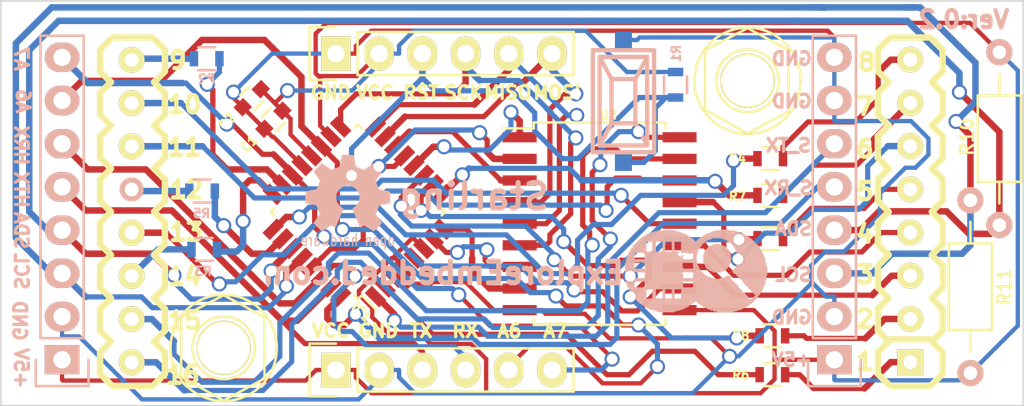
<source format=kicad_pcb>
(kicad_pcb (version 20171130) (host pcbnew "(5.1.12)-1")
  (layers (0 F.Cu signal) (31 B.Cu signal) (34 B.Paste user hide) (35 F.Paste user hide) (36 B.SilkS user hide) (37 F.SilkS user hide) (38 B.Mask user hide) (39 F.Mask user hide) (44 Edge.Cuts user))
  (net 0 "")
  (net 1 +5C)
  (net 2 GND)
  (net 3 /S_TX)
  (net 4 "Net-(IC1-Pad2)")
  (net 5 /PB6)
  (net 6 /PB7)
  (net 7 "Net-(IC1-Pad9)")
  (net 8 "Net-(IC1-Pad10)")
  (net 9 "Net-(IC1-Pad11)")
  (net 10 "Net-(IC1-Pad12)")
  (net 11 "Net-(IC1-Pad13)")
  (net 12 "Net-(IC1-Pad14)")
  (net 13 /MOSI)
  (net 14 /MISO)
  (net 15 /SCK)
  (net 16 /ADC6)
  (net 17 /ADC7)
  (net 18 "Net-(IC1-Pad23)")
  (net 19 "Net-(IC1-Pad24)")
  (net 20 "Net-(IC1-Pad25)")
  (net 21 "Net-(IC1-Pad26)")
  (net 22 /SDA)
  (net 23 /SCL)
  (net 24 /RST)
  (net 25 /H_RX)
  (net 26 /H_TX)
  (net 27 /S_RX)
  (net 28 "Net-(R2-Pad1)")
  (net 29 "Net-(R3-Pad1)")
  (net 30 "Net-(R4-Pad1)")
  (net 31 "Net-(R5-Pad1)")
  (net 32 "Net-(R6-Pad1)")
  (net 33 "Net-(R7-Pad1)")
  (net 34 "Net-(R8-Pad1)")
  (net 35 "Net-(R9-Pad1)")
  (net 36 "Net-(U1-Pad10)")
  (net 37 "Net-(U1-Pad11)")
  (net 38 "Net-(U1-Pad13)")
  (net 39 "Net-(U1-Pad15)")
  (net 40 "Net-(U1-Pad16)")
  (net 41 "Net-(U1-Pad6)")
  (net 42 "Net-(U1-Pad4)")
  (net 43 "Net-(U1-Pad3)")
  (module EE:8X8_matrix_2.3inch (layer F.Cu) (at 149.2 77.8)
    (fp_text reference U1 hide)
    (fp_text value 8x8_Row_anode hide)
    (pad 9 thru_hole circle (at -22.9108 -8.93064) (size 1.524 1.524) (drill 0.8128) (layers *.Cu *.Mask F.SilkS) (net 28 "Net-(R2-Pad1)"))
    (pad 10 thru_hole circle (at -22.9108 -6.39064) (size 1.524 1.524) (drill 0.8128) (layers *.Cu *.Mask F.SilkS) (net 36 "Net-(U1-Pad10)"))
    (pad 11 thru_hole circle (at -22.9108 -3.85064) (size 1.524 1.524) (drill 0.8128) (layers *.Cu *.Mask F.SilkS) (net 37 "Net-(U1-Pad11)"))
    (pad 13 thru_hole circle (at -22.9108 1.22936) (size 1.524 1.524) (drill 0.8128) (layers *.Cu *.Mask F.SilkS) (net 38 "Net-(U1-Pad13)"))
    (pad 14 thru_hole circle (at -22.9108 3.76936) (size 1.524 1.524) (drill 0.8128) (layers *.Cu *.Mask F.SilkS) (net 29 "Net-(R3-Pad1)"))
    (pad 15 thru_hole circle (at -22.9108 6.30936) (size 1.524 1.524) (drill 0.8128) (layers *.Cu *.Mask F.SilkS) (net 39 "Net-(U1-Pad15)"))
    (pad 16 thru_hole circle (at -22.9108 8.84936) (size 1.524 1.524) (drill 0.8128) (layers *.Cu *.Mask F.SilkS) (net 40 "Net-(U1-Pad16)"))
    (pad 8 thru_hole circle (at 22.86 -8.9408) (size 1.524 1.524) (drill 0.8128) (layers *.Cu *.Mask F.SilkS) (net 30 "Net-(R4-Pad1)"))
    (pad 7 thru_hole circle (at 22.86 -6.4008) (size 1.524 1.524) (drill 0.8128) (layers *.Cu *.Mask F.SilkS) (net 33 "Net-(R7-Pad1)"))
    (pad 6 thru_hole circle (at 22.86 -3.8608) (size 1.524 1.524) (drill 0.8128) (layers *.Cu *.Mask F.SilkS) (net 41 "Net-(U1-Pad6)"))
    (pad 5 thru_hole circle (at 22.86 -1.3208) (size 1.524 1.524) (drill 0.8128) (layers *.Cu *.Mask F.SilkS) (net 35 "Net-(R9-Pad1)"))
    (pad 4 thru_hole circle (at 22.86 1.2192) (size 1.524 1.524) (drill 0.8128) (layers *.Cu *.Mask F.SilkS) (net 42 "Net-(U1-Pad4)"))
    (pad 3 thru_hole circle (at 22.86 3.7592) (size 1.524 1.524) (drill 0.8128) (layers *.Cu *.Mask F.SilkS) (net 43 "Net-(U1-Pad3)"))
    (pad 2 thru_hole circle (at 22.86 6.2992) (size 1.524 1.524) (drill 0.8128) (layers *.Cu *.Mask F.SilkS) (net 34 "Net-(R8-Pad1)"))
    (pad 1 thru_hole rect (at 22.86 8.8392) (size 1.524 1.524) (drill 0.8128) (layers *.Cu *.Mask F.SilkS) (net 32 "Net-(R6-Pad1)"))
    (pad 12 thru_hole circle (at -22.9108 -1.31064) (size 1.397 1.397) (drill 0.8128) (layers *.Cu *.SilkS *.Mask) (net 31 "Net-(R5-Pad1)"))
  )
  (module Resistors_ThroughHole:Resistor_Horizontal_RM10mm (layer F.Cu) (at 175.6 82.2 90)
    (fp_text reference R11 (at 0 2 90) (layer F.SilkS) (effects (font (size 0.762 0.762))))
    (fp_text value 10K hide)
    (pad 1 thru_hole circle (at -5.08 0 90) (size 1.54 1.54) (drill 0.8) (layers *.Cu *.SilkS *.Mask) (net 1 +5C))
    (pad 2 thru_hole circle (at 5.08 0 90) (size 1.54 1.54) (drill 0.8) (layers *.Cu *.SilkS *.Mask) (net 23 /SCL))
  )
  (module Resistors_ThroughHole:Resistor_Horizontal_RM10mm (layer F.Cu) (at 177.3 73.5 270)
    (fp_text reference R10 (at -0.1 1.9 270) (layer F.SilkS) (effects (font (size 0.762 0.762))))
    (fp_text value 10K hide)
    (pad 1 thru_hole circle (at -5.08 0 270) (size 1.54 1.54) (drill 0.8) (layers *.Cu *.SilkS *.Mask) (net 1 +5C))
    (pad 2 thru_hole circle (at 5.08 0 270) (size 1.54 1.54) (drill 0.8) (layers *.Cu *.SilkS *.Mask) (net 22 /SDA))
  )
  (module Capacitors_SMD:C_0603 (layer F.Cu) (at 134.62 72.39 225)
    (fp_text reference C1 (at 2.001112 0.007071 225) (layer F.SilkS) (effects (font (size 0.508 0.508) (thickness 0.127))))
    (fp_text value 0.1uF hide)
    (pad 1 smd rect (at -0.75 0 225) (size 0.8 0.75) (layers F.Cu F.Paste F.Mask) (net 1 +5C))
    (pad 2 smd rect (at 0.75 0 225) (size 0.8 0.75) (layers F.Cu F.Paste F.Mask) (net 2 GND))
  )
  (module Capacitors_SMD:C_0603 (layer F.Cu) (at 133.35 71.12 225)
    (fp_text reference C2 (at 2.001112 0.049497 225) (layer F.SilkS) (effects (font (size 0.508 0.508) (thickness 0.127))))
    (fp_text value 0.1uF hide)
    (pad 1 smd rect (at -0.75 0 225) (size 0.8 0.75) (layers F.Cu F.Paste F.Mask) (net 1 +5C))
    (pad 2 smd rect (at 0.75 0 225) (size 0.8 0.75) (layers F.Cu F.Paste F.Mask) (net 2 GND))
  )
  (module Housings_QFP:LQFP-32_7x7mm_Pitch0.8mm (layer F.Cu) (at 139.6 77.8 135)
    (fp_text reference IC1 (at -4.313351 -4.030509 135) (layer F.SilkS) (effects (font (size 0.508 0.508) (thickness 0.127))))
    (fp_text value ATMEGA8-AI hide)
    (pad 1 smd rect (at -4.25 -2.8 135) (size 1.2 0.6) (layers F.Cu F.Paste F.Mask) (net 3 /S_TX))
    (pad 2 smd rect (at -4.25 -2 135) (size 1.2 0.6) (layers F.Cu F.Paste F.Mask) (net 4 "Net-(IC1-Pad2)"))
    (pad 3 smd rect (at -4.25 -1.2 135) (size 1.2 0.6) (layers F.Cu F.Paste F.Mask) (net 2 GND))
    (pad 4 smd rect (at -4.25 -0.4 135) (size 1.2 0.6) (layers F.Cu F.Paste F.Mask) (net 1 +5C))
    (pad 5 smd rect (at -4.25 0.4 135) (size 1.2 0.6) (layers F.Cu F.Paste F.Mask) (net 2 GND))
    (pad 6 smd rect (at -4.25 1.2 135) (size 1.2 0.6) (layers F.Cu F.Paste F.Mask) (net 1 +5C))
    (pad 7 smd rect (at -4.25 2 135) (size 1.2 0.6) (layers F.Cu F.Paste F.Mask) (net 5 /PB6))
    (pad 8 smd rect (at -4.25 2.8 135) (size 1.2 0.6) (layers F.Cu F.Paste F.Mask) (net 6 /PB7))
    (pad 9 smd rect (at -2.8 4.25 225) (size 1.2 0.6) (layers F.Cu F.Paste F.Mask) (net 7 "Net-(IC1-Pad9)"))
    (pad 10 smd rect (at -2 4.25 225) (size 1.2 0.6) (layers F.Cu F.Paste F.Mask) (net 8 "Net-(IC1-Pad10)"))
    (pad 11 smd rect (at -1.2 4.25 225) (size 1.2 0.6) (layers F.Cu F.Paste F.Mask) (net 9 "Net-(IC1-Pad11)"))
    (pad 12 smd rect (at -0.4 4.25 225) (size 1.2 0.6) (layers F.Cu F.Paste F.Mask) (net 10 "Net-(IC1-Pad12)"))
    (pad 13 smd rect (at 0.4 4.25 225) (size 1.2 0.6) (layers F.Cu F.Paste F.Mask) (net 11 "Net-(IC1-Pad13)"))
    (pad 14 smd rect (at 1.2 4.25 225) (size 1.2 0.6) (layers F.Cu F.Paste F.Mask) (net 12 "Net-(IC1-Pad14)"))
    (pad 15 smd rect (at 2 4.25 225) (size 1.2 0.6) (layers F.Cu F.Paste F.Mask) (net 13 /MOSI))
    (pad 16 smd rect (at 2.8 4.25 225) (size 1.2 0.6) (layers F.Cu F.Paste F.Mask) (net 14 /MISO))
    (pad 17 smd rect (at 4.25 2.8 135) (size 1.2 0.6) (layers F.Cu F.Paste F.Mask) (net 15 /SCK))
    (pad 18 smd rect (at 4.25 2 135) (size 1.2 0.6) (layers F.Cu F.Paste F.Mask) (net 1 +5C))
    (pad 19 smd rect (at 4.25 1.2 135) (size 1.2 0.6) (layers F.Cu F.Paste F.Mask) (net 16 /ADC6))
    (pad 20 smd rect (at 4.25 0.4 135) (size 1.2 0.6) (layers F.Cu F.Paste F.Mask) (net 1 +5C))
    (pad 21 smd rect (at 4.25 -0.4 135) (size 1.2 0.6) (layers F.Cu F.Paste F.Mask) (net 2 GND))
    (pad 22 smd rect (at 4.25 -1.2 135) (size 1.2 0.6) (layers F.Cu F.Paste F.Mask) (net 17 /ADC7))
    (pad 23 smd rect (at 4.25 -2 135) (size 1.2 0.6) (layers F.Cu F.Paste F.Mask) (net 18 "Net-(IC1-Pad23)"))
    (pad 24 smd rect (at 4.25 -2.8 135) (size 1.2 0.6) (layers F.Cu F.Paste F.Mask) (net 19 "Net-(IC1-Pad24)"))
    (pad 25 smd rect (at 2.8 -4.25 225) (size 1.2 0.6) (layers F.Cu F.Paste F.Mask) (net 20 "Net-(IC1-Pad25)"))
    (pad 26 smd rect (at 2 -4.25 225) (size 1.2 0.6) (layers F.Cu F.Paste F.Mask) (net 21 "Net-(IC1-Pad26)"))
    (pad 27 smd rect (at 1.2 -4.25 225) (size 1.2 0.6) (layers F.Cu F.Paste F.Mask) (net 22 /SDA))
    (pad 28 smd rect (at 0.4 -4.25 225) (size 1.2 0.6) (layers F.Cu F.Paste F.Mask) (net 23 /SCL))
    (pad 29 smd rect (at -0.4 -4.25 225) (size 1.2 0.6) (layers F.Cu F.Paste F.Mask) (net 24 /RST))
    (pad 30 smd rect (at -1.2 -4.25 225) (size 1.2 0.6) (layers F.Cu F.Paste F.Mask) (net 25 /H_RX))
    (pad 31 smd rect (at -2 -4.25 225) (size 1.2 0.6) (layers F.Cu F.Paste F.Mask) (net 26 /H_TX))
    (pad 32 smd rect (at -2.8 -4.25 225) (size 1.2 0.6) (layers F.Cu F.Paste F.Mask) (net 27 /S_RX))
  )
  (module EE:M3_mounting (layer F.Cu) (at 162.5 70.1)
    (fp_text reference P1 hide)
    (fp_text value CONN_01X01 hide)
    (pad "" np_thru_hole circle (at 0 0) (size 3.2 3.2) (drill 3) (layers *.Cu *.Mask F.SilkS))
  )
  (module EE:M3_mounting (layer F.Cu) (at 131.7 85.8)
    (fp_text reference P2 hide)
    (fp_text value CONN_01X01 hide)
    (pad "" np_thru_hole circle (at 0 0) (size 3.2 3.2) (drill 3) (layers *.Cu *.Mask F.SilkS))
  )
  (module Pin_Headers:Pin_Header_Straight_1x06 (layer F.Cu) (at 138.3 68.5 90)
    (fp_text reference P3 hide)
    (fp_text value CONN_01X06 hide)
    (pad 1 thru_hole rect (at 0 0 90) (size 2.032 1.7272) (drill 1.016) (layers *.Cu *.Mask F.SilkS) (net 2 GND))
    (pad 2 thru_hole oval (at 0 2.54 90) (size 2.032 1.7272) (drill 1.016) (layers *.Cu *.Mask F.SilkS) (net 1 +5C))
    (pad 3 thru_hole oval (at 0 5.08 90) (size 2.032 1.7272) (drill 1.016) (layers *.Cu *.Mask F.SilkS) (net 24 /RST))
    (pad 4 thru_hole oval (at 0 7.62 90) (size 2.032 1.7272) (drill 1.016) (layers *.Cu *.Mask F.SilkS) (net 15 /SCK))
    (pad 5 thru_hole oval (at 0 10.16 90) (size 2.032 1.7272) (drill 1.016) (layers *.Cu *.Mask F.SilkS) (net 14 /MISO))
    (pad 6 thru_hole oval (at 0 12.7 90) (size 2.032 1.7272) (drill 1.016) (layers *.Cu *.Mask F.SilkS) (net 13 /MOSI))
  )
  (module Pin_Headers:Pin_Header_Straight_1x08 (layer B.Cu) (at 122.2 86.5)
    (fp_text reference P4 hide)
    (fp_text value CONN_01X08 hide)
    (pad 1 thru_hole rect (at 0 0) (size 2.032 1.7272) (drill 1.016) (layers *.Cu *.Mask B.SilkS) (net 1 +5C))
    (pad 2 thru_hole oval (at 0 -2.54) (size 2.032 1.7272) (drill 1.016) (layers *.Cu *.Mask B.SilkS) (net 2 GND))
    (pad 3 thru_hole oval (at 0 -5.08) (size 2.032 1.7272) (drill 1.016) (layers *.Cu *.Mask B.SilkS) (net 23 /SCL))
    (pad 4 thru_hole oval (at 0 -7.62) (size 2.032 1.7272) (drill 1.016) (layers *.Cu *.Mask B.SilkS) (net 22 /SDA))
    (pad 5 thru_hole oval (at 0 -10.16) (size 2.032 1.7272) (drill 1.016) (layers *.Cu *.Mask B.SilkS) (net 26 /H_TX))
    (pad 6 thru_hole oval (at 0 -12.7) (size 2.032 1.7272) (drill 1.016) (layers *.Cu *.Mask B.SilkS) (net 25 /H_RX))
    (pad 7 thru_hole oval (at 0 -15.24) (size 2.032 1.7272) (drill 1.016) (layers *.Cu *.Mask B.SilkS) (net 16 /ADC6))
    (pad 8 thru_hole oval (at 0 -17.78) (size 2.032 1.7272) (drill 1.016) (layers *.Cu *.Mask B.SilkS) (net 17 /ADC7))
  )
  (module Pin_Headers:Pin_Header_Straight_1x08 (layer B.Cu) (at 167.6 86.5)
    (fp_text reference P5 hide)
    (fp_text value CONN_01X08 hide)
    (pad 1 thru_hole rect (at 0 0) (size 2.032 1.7272) (drill 1.016) (layers *.Cu *.Mask B.SilkS) (net 1 +5C))
    (pad 2 thru_hole oval (at 0 -2.54) (size 2.032 1.7272) (drill 1.016) (layers *.Cu *.Mask B.SilkS) (net 2 GND))
    (pad 3 thru_hole oval (at 0 -5.08) (size 2.032 1.7272) (drill 1.016) (layers *.Cu *.Mask B.SilkS) (net 23 /SCL))
    (pad 4 thru_hole oval (at 0 -7.62) (size 2.032 1.7272) (drill 1.016) (layers *.Cu *.Mask B.SilkS) (net 22 /SDA))
    (pad 5 thru_hole oval (at 0 -10.16) (size 2.032 1.7272) (drill 1.016) (layers *.Cu *.Mask B.SilkS) (net 27 /S_RX))
    (pad 6 thru_hole oval (at 0 -12.7) (size 2.032 1.7272) (drill 1.016) (layers *.Cu *.Mask B.SilkS) (net 3 /S_TX))
    (pad 7 thru_hole oval (at 0 -15.24) (size 2.032 1.7272) (drill 1.016) (layers *.Cu *.Mask B.SilkS) (net 2 GND))
    (pad 8 thru_hole oval (at 0 -17.78) (size 2.032 1.7272) (drill 1.016) (layers *.Cu *.Mask B.SilkS) (net 2 GND))
  )
  (module Resistors_SMD:R_0603 (layer B.Cu) (at 158.267 70.3326 270)
    (fp_text reference R1 (at -1.8326 -0.0326 270) (layer B.SilkS) (effects (font (size 0.508 0.508) (thickness 0.127)) (justify mirror)))
    (fp_text value 10K hide)
    (pad 1 smd rect (at -0.75 0 270) (size 0.5 0.9) (layers B.Cu B.Paste B.Mask) (net 1 +5C))
    (pad 2 smd rect (at 0.75 0 270) (size 0.5 0.9) (layers B.Cu B.Paste B.Mask) (net 24 /RST))
  )
  (module Resistors_SMD:R_0603 (layer B.Cu) (at 130.7 68.8)
    (fp_text reference R2 (at 0 1.2) (layer B.SilkS) (effects (font (size 0.508 0.508) (thickness 0.127)) (justify mirror)))
    (fp_text value 22r hide)
    (pad 1 smd rect (at -0.75 0) (size 0.5 0.9) (layers B.Cu B.Paste B.Mask) (net 28 "Net-(R2-Pad1)"))
    (pad 2 smd rect (at 0.75 0) (size 0.5 0.9) (layers B.Cu B.Paste B.Mask) (net 18 "Net-(IC1-Pad23)"))
  )
  (module Resistors_SMD:R_0603 (layer B.Cu) (at 130.556 80.01)
    (fp_text reference R3 (at -0.056 1.29) (layer B.SilkS) (effects (font (size 0.508 0.508) (thickness 0.127)) (justify mirror)))
    (fp_text value 22r hide)
    (pad 1 smd rect (at -0.75 0) (size 0.5 0.9) (layers B.Cu B.Paste B.Mask) (net 29 "Net-(R3-Pad1)"))
    (pad 2 smd rect (at 0.75 0) (size 0.5 0.9) (layers B.Cu B.Paste B.Mask) (net 19 "Net-(IC1-Pad24)"))
  )
  (module Resistors_SMD:R_0603 (layer F.Cu) (at 163.83 74.676 180)
    (fp_text reference R4 (at 1.93 -0.024 180) (layer F.SilkS) (effects (font (size 0.508 0.508) (thickness 0.127))))
    (fp_text value 22r hide)
    (pad 1 smd rect (at -0.75 0 180) (size 0.5 0.9) (layers F.Cu F.Paste F.Mask) (net 30 "Net-(R4-Pad1)"))
    (pad 2 smd rect (at 0.75 0 180) (size 0.5 0.9) (layers F.Cu F.Paste F.Mask) (net 20 "Net-(IC1-Pad25)"))
  )
  (module Resistors_SMD:R_0603 (layer B.Cu) (at 130.429 76.581)
    (fp_text reference R5 (at -0.029 1.319) (layer B.SilkS) (effects (font (size 0.508 0.508) (thickness 0.127)) (justify mirror)))
    (fp_text value 22r hide)
    (pad 1 smd rect (at -0.75 0) (size 0.5 0.9) (layers B.Cu B.Paste B.Mask) (net 31 "Net-(R5-Pad1)"))
    (pad 2 smd rect (at 0.75 0) (size 0.5 0.9) (layers B.Cu B.Paste B.Mask) (net 21 "Net-(IC1-Pad26)"))
  )
  (module Resistors_SMD:R_0603 (layer F.Cu) (at 163.957 87.376 180)
    (fp_text reference R6 (at 1.857 -0.024 180) (layer F.SilkS) (effects (font (size 0.508 0.508) (thickness 0.127))))
    (fp_text value 22r hide)
    (pad 1 smd rect (at -0.75 0 180) (size 0.5 0.9) (layers F.Cu F.Paste F.Mask) (net 32 "Net-(R6-Pad1)"))
    (pad 2 smd rect (at 0.75 0 180) (size 0.5 0.9) (layers F.Cu F.Paste F.Mask) (net 4 "Net-(IC1-Pad2)"))
  )
  (module Resistors_SMD:R_0603 (layer F.Cu) (at 163.83 76.835 180)
    (fp_text reference R7 (at 1.93 -0.065 180) (layer F.SilkS) (effects (font (size 0.508 0.508) (thickness 0.127))))
    (fp_text value 22r hide)
    (pad 1 smd rect (at -0.75 0 180) (size 0.5 0.9) (layers F.Cu F.Paste F.Mask) (net 33 "Net-(R7-Pad1)"))
    (pad 2 smd rect (at 0.75 0 180) (size 0.5 0.9) (layers F.Cu F.Paste F.Mask) (net 7 "Net-(IC1-Pad9)"))
  )
  (module Resistors_SMD:R_0603 (layer F.Cu) (at 163.957 85.09 180)
    (fp_text reference R8 (at 1.857 -0.01 180) (layer F.SilkS) (effects (font (size 0.508 0.508) (thickness 0.127))))
    (fp_text value 22r hide)
    (pad 1 smd rect (at -0.75 0 180) (size 0.5 0.9) (layers F.Cu F.Paste F.Mask) (net 34 "Net-(R8-Pad1)"))
    (pad 2 smd rect (at 0.75 0 180) (size 0.5 0.9) (layers F.Cu F.Paste F.Mask) (net 8 "Net-(IC1-Pad10)"))
  )
  (module Resistors_SMD:R_0603 (layer F.Cu) (at 163.83 79.375 180)
    (fp_text reference R9 (at 1.93 -0.025 180) (layer F.SilkS) (effects (font (size 0.508 0.508) (thickness 0.127))))
    (fp_text value 22r hide)
    (pad 1 smd rect (at -0.75 0 180) (size 0.5 0.9) (layers F.Cu F.Paste F.Mask) (net 35 "Net-(R9-Pad1)"))
    (pad 2 smd rect (at 0.75 0 180) (size 0.5 0.9) (layers F.Cu F.Paste F.Mask) (net 9 "Net-(IC1-Pad11)"))
  )
  (module EE:smd_push (layer B.Cu) (at 155.2 71.3 270)
    (fp_text reference SW1 hide)
    (fp_text value SPST hide)
    (pad 1 smd rect (at -3.59918 0 270) (size 1.00076 1.00076) (layers B.Cu B.Paste B.Mask) (net 2 GND))
    (pad 2 smd rect (at 3.59918 0 270) (size 1.00076 1.00076) (layers B.Cu B.Paste B.Mask) (net 24 /RST))
  )
  (module Housings_SOIC:SOIC-18_7.5x11.6mm_Pitch1.27mm (layer F.Cu) (at 153.8 78.5)
    (fp_text reference U2 (at 0.5 -6.4) (layer F.SilkS) (effects (font (size 0.508 0.508) (thickness 0.127))))
    (fp_text value ULN2803 hide)
    (pad 1 smd rect (at -4.7 -5.08) (size 2 0.6) (layers F.Cu F.Paste F.Mask) (net 10 "Net-(IC1-Pad12)"))
    (pad 2 smd rect (at -4.7 -3.81) (size 2 0.6) (layers F.Cu F.Paste F.Mask) (net 11 "Net-(IC1-Pad13)"))
    (pad 3 smd rect (at -4.7 -2.54) (size 2 0.6) (layers F.Cu F.Paste F.Mask) (net 12 "Net-(IC1-Pad14)"))
    (pad 4 smd rect (at -4.7 -1.27) (size 2 0.6) (layers F.Cu F.Paste F.Mask) (net 13 /MOSI))
    (pad 5 smd rect (at -4.7 0) (size 2 0.6) (layers F.Cu F.Paste F.Mask) (net 14 /MISO))
    (pad 6 smd rect (at -4.7 1.27) (size 2 0.6) (layers F.Cu F.Paste F.Mask) (net 15 /SCK))
    (pad 7 smd rect (at -4.7 2.54) (size 2 0.6) (layers F.Cu F.Paste F.Mask) (net 5 /PB6))
    (pad 8 smd rect (at -4.7 3.81) (size 2 0.6) (layers F.Cu F.Paste F.Mask) (net 6 /PB7))
    (pad 9 smd rect (at -4.7 5.08) (size 2 0.6) (layers F.Cu F.Paste F.Mask) (net 2 GND))
    (pad 10 smd rect (at 4.7 5.08) (size 2 0.6) (layers F.Cu F.Paste F.Mask) (net 1 +5C))
    (pad 11 smd rect (at 4.7 3.81) (size 2 0.6) (layers F.Cu F.Paste F.Mask) (net 38 "Net-(U1-Pad13)"))
    (pad 12 smd rect (at 4.7 2.54) (size 2 0.6) (layers F.Cu F.Paste F.Mask) (net 43 "Net-(U1-Pad3)"))
    (pad 13 smd rect (at 4.7 1.27) (size 2 0.6) (layers F.Cu F.Paste F.Mask) (net 42 "Net-(U1-Pad4)"))
    (pad 14 smd rect (at 4.7 0) (size 2 0.6) (layers F.Cu F.Paste F.Mask) (net 36 "Net-(U1-Pad10)"))
    (pad 15 smd rect (at 4.7 -1.27) (size 2 0.6) (layers F.Cu F.Paste F.Mask) (net 41 "Net-(U1-Pad6)"))
    (pad 16 smd rect (at 4.7 -2.54) (size 2 0.6) (layers F.Cu F.Paste F.Mask) (net 37 "Net-(U1-Pad11)"))
    (pad 17 smd rect (at 4.7 -3.81) (size 2 0.6) (layers F.Cu F.Paste F.Mask) (net 39 "Net-(U1-Pad15)"))
    (pad 18 smd rect (at 4.7 -5.08) (size 2 0.6) (layers F.Cu F.Paste F.Mask) (net 40 "Net-(U1-Pad16)"))
  )
  (module Pin_Headers:Pin_Header_Straight_1x06 (layer F.Cu) (at 138.3 87.1 90)
    (fp_text reference P6 hide)
    (fp_text value CONN_01X06 hide)
    (pad 1 thru_hole rect (at 0 0 90) (size 2.032 1.7272) (drill 1.016) (layers *.Cu *.Mask F.SilkS) (net 1 +5C))
    (pad 2 thru_hole oval (at 0 2.54 90) (size 2.032 1.7272) (drill 1.016) (layers *.Cu *.Mask F.SilkS) (net 2 GND))
    (pad 3 thru_hole oval (at 0 5.08 90) (size 2.032 1.7272) (drill 1.016) (layers *.Cu *.Mask F.SilkS) (net 26 /H_TX))
    (pad 4 thru_hole oval (at 0 7.62 90) (size 2.032 1.7272) (drill 1.016) (layers *.Cu *.Mask F.SilkS) (net 25 /H_RX))
    (pad 5 thru_hole oval (at 0 10.16 90) (size 2.032 1.7272) (drill 1.016) (layers *.Cu *.Mask F.SilkS) (net 16 /ADC6))
    (pad 6 thru_hole oval (at 0 12.7 90) (size 2.032 1.7272) (drill 1.016) (layers *.Cu *.Mask F.SilkS) (net 17 /ADC7))
  )
  (module "Logo:LOGO (2)" (layer B.Cu) (at 164.3 78.5 180)
    (fp_text reference LOGO hide)
    (fp_text value "" (at 0 0 180) (layer B.SilkS) (effects (font (size 1.524 1.524)) (justify mirror)))
  )
  (module Open_H:Logo_silk_OSHW_6x6mm (layer B.Cu) (at 139 76.7 180)
    (fp_text reference G*** hide)
    (fp_text value LOGO hide)
  )
  (gr_line (start 118.6 89.2) (end 178.7 89.2) (angle 90) (layer Edge.Cuts) (width 0.1))
  (gr_line (start 118.6 65.4) (end 118.6 89.2) (angle 90) (layer Edge.Cuts) (width 0.1))
  (gr_line (start 178.7 65.4) (end 118.6 65.4) (angle 90) (layer Edge.Cuts) (width 0.1))
  (gr_line (start 178.7 89.2) (end 178.7 65.4) (angle 90) (layer Edge.Cuts) (width 0.1))
  (gr_text Ver:0.2 (at 175.2 66.5) (layer B.SilkS) (effects (font (size 1.016 1.016) (thickness 0.254)) (justify mirror)))
  (gr_text Starling (at 146.4 76.9) (layer B.SilkS) (effects (font (size 1.5 1.5) (thickness 0.3)) (justify mirror)))
  (gr_text ExploreEmbedded.com (at 144.6 81.4) (layer B.SilkS) (effects (font (size 1.27 1.27) (thickness 0.3)) (justify mirror)))
  (gr_text A7 (at 119.8 68.8 270) (layer B.SilkS) (effects (font (size 0.762 0.762) (thickness 0.1905)) (justify mirror)))
  (gr_text A6 (at 119.9 71.3 270) (layer B.SilkS) (effects (font (size 0.762 0.762) (thickness 0.1905)) (justify mirror)))
  (gr_text HRX (at 119.8 73.9 270) (layer B.SilkS) (effects (font (size 0.762 0.762) (thickness 0.1905)) (justify mirror)))
  (gr_text HTX (at 119.8 76.5 270) (layer B.SilkS) (effects (font (size 0.762 0.762) (thickness 0.1905)) (justify mirror)))
  (gr_text SDA (at 119.8 78.9 270) (layer B.SilkS) (effects (font (size 0.762 0.762) (thickness 0.1905)) (justify mirror)))
  (gr_text SCL (at 119.8 81.3 270) (layer B.SilkS) (effects (font (size 0.762 0.762) (thickness 0.1905)) (justify mirror)))
  (gr_text GND (at 119.7 84.2 270) (layer B.SilkS) (effects (font (size 0.762 0.762) (thickness 0.1905)) (justify mirror)))
  (gr_text +5V (at 119.8 87 270) (layer B.SilkS) (effects (font (size 0.762 0.762) (thickness 0.1905)) (justify mirror)))
  (gr_text +5V (at 165.1 86.5) (layer B.SilkS) (effects (font (size 0.762 0.762) (thickness 0.1905)) (justify mirror)))
  (gr_text GND (at 165.1 84) (layer B.SilkS) (effects (font (size 0.762 0.762) (thickness 0.1905)) (justify mirror)))
  (gr_text SCL (at 165.2 81.5) (layer B.SilkS) (effects (font (size 0.762 0.762) (thickness 0.1905)) (justify mirror)))
  (gr_text SDA (at 165.2 78.8) (layer B.SilkS) (effects (font (size 0.762 0.762) (thickness 0.1905)) (justify mirror)))
  (gr_text S_RX (at 164.9 76.4) (layer B.SilkS) (effects (font (size 0.762 0.762) (thickness 0.1905)) (justify mirror)))
  (gr_text S_TX (at 164.9 73.9) (layer B.SilkS) (effects (font (size 0.762 0.762) (thickness 0.1905)) (justify mirror)))
  (gr_text GND (at 165.1 71.3) (layer B.SilkS) (effects (font (size 0.762 0.762) (thickness 0.1905)) (justify mirror)))
  (gr_text GND (at 165.1 68.8) (layer B.SilkS) (effects (font (size 0.762 0.762) (thickness 0.1905)) (justify mirror)))
  (gr_text 16 (at 129.3 87.4) (layer F.SilkS) (effects (font (size 1.016 1.016) (thickness 0.254))))
  (gr_text 15 (at 129.4 84.2) (layer F.SilkS) (effects (font (size 1.016 1.016) (thickness 0.254))))
  (gr_text 14 (at 129.4 81.6) (layer F.SilkS) (effects (font (size 1.016 1.016) (thickness 0.254))))
  (gr_text 13 (at 129.5 79) (layer F.SilkS) (effects (font (size 1.016 1.016) (thickness 0.254))))
  (gr_text 12 (at 129.5 76.5) (layer F.SilkS) (effects (font (size 1.016 1.016) (thickness 0.254))))
  (gr_text 11 (at 129.4 74) (layer F.SilkS) (effects (font (size 1.016 1.016) (thickness 0.254))))
  (gr_text 10 (at 129.4 71.5) (layer F.SilkS) (effects (font (size 1.016 1.016) (thickness 0.254))))
  (gr_text 9 (at 129 68.9) (layer F.SilkS) (effects (font (size 1.016 1.016) (thickness 0.254))))
  (gr_text 8 (at 169.5 69) (layer F.SilkS) (effects (font (size 1.016 1.016) (thickness 0.254))))
  (gr_text 7 (at 169.4 71.6) (layer F.SilkS) (effects (font (size 1.016 1.016) (thickness 0.254))))
  (gr_text 5 (at 169.4 76.6) (layer F.SilkS) (effects (font (size 1.016 1.016) (thickness 0.254))))
  (gr_text 6 (at 169.4 74.1) (layer F.SilkS) (effects (font (size 1.016 1.016) (thickness 0.254))))
  (gr_text 4 (at 169.4 79.1) (layer F.SilkS) (effects (font (size 1.016 1.016) (thickness 0.254))))
  (gr_text 3 (at 169.4 81.5) (layer F.SilkS) (effects (font (size 1.016 1.016) (thickness 0.254))))
  (gr_text 2 (at 169.4 84.1) (layer F.SilkS) (effects (font (size 1.016 1.016) (thickness 0.254))))
  (gr_text 1 (at 169.4 86.6) (layer F.SilkS) (effects (font (size 1.016 1.016) (thickness 0.254))))
  (gr_text A7 (at 151.2 84.8) (layer F.SilkS) (effects (font (size 0.762 0.762) (thickness 0.1905))))
  (gr_text A6 (at 148.5 84.8) (layer F.SilkS) (effects (font (size 0.762 0.762) (thickness 0.1905))))
  (gr_text RX (at 145.9 84.8) (layer F.SilkS) (effects (font (size 0.762 0.762) (thickness 0.1905))))
  (gr_text TX (at 143.3 84.8) (layer F.SilkS) (effects (font (size 0.762 0.762) (thickness 0.1905))))
  (gr_text GND (at 140.8 84.8) (layer F.SilkS) (effects (font (size 0.762 0.762) (thickness 0.1905))))
  (gr_text VCC (at 138 84.8) (layer F.SilkS) (effects (font (size 0.762 0.762) (thickness 0.1905))))
  (gr_text MOSI (at 151.3 70.8) (layer F.SilkS) (effects (font (size 0.762 0.762) (thickness 0.1905))))
  (gr_text MISO (at 148.4 70.8) (layer F.SilkS) (effects (font (size 0.762 0.762) (thickness 0.1905))))
  (gr_text SCK (at 145.8 70.8) (layer F.SilkS) (effects (font (size 0.762 0.762) (thickness 0.1905))))
  (gr_text RST (at 143.3 70.8) (layer F.SilkS) (effects (font (size 0.762 0.762) (thickness 0.1905))))
  (gr_text VCC (at 140.6 70.8) (layer F.SilkS) (effects (font (size 0.762 0.762) (thickness 0.1905))))
  (gr_text GND (at 138 70.8) (layer F.SilkS) (effects (font (size 0.762 0.762) (thickness 0.1905))))
  (segment (start 137.3692 69.821) (end 137.2696 69.821) (width 0.254) (layer F.Cu) (net 1))
  (segment (start 137.2696 69.821) (end 137.1066 69.658) (width 0.254) (layer F.Cu) (net 1))
  (segment (start 137.1066 69.658) (end 137.1066 67.329) (width 0.254) (layer F.Cu) (net 1))
  (segment (start 137.1066 67.329) (end 137.7397 66.6959) (width 0.254) (layer F.Cu) (net 1))
  (segment (start 137.7397 66.6959) (end 175.5759 66.6959) (width 0.254) (layer F.Cu) (net 1))
  (segment (start 175.5759 66.6959) (end 177.3 68.42) (width 0.254) (layer F.Cu) (net 1))
  (segment (start 140.84 68.5) (end 139.519 69.821) (width 0.254) (layer F.Cu) (net 1))
  (segment (start 139.519 69.821) (end 137.3692 69.821) (width 0.254) (layer F.Cu) (net 1))
  (segment (start 137.3692 69.821) (end 137.3692 72.7407) (width 0.254) (layer F.Cu) (net 1))
  (segment (start 122.2 86.5) (end 122.2 87.6685) (width 0.254) (layer F.Cu) (net 1))
  (segment (start 138.3 87.1) (end 137.1315 87.1) (width 0.254) (layer F.Cu) (net 1))
  (segment (start 137.1315 87.1) (end 136.5104 87.7211) (width 0.254) (layer F.Cu) (net 1))
  (segment (start 136.5104 87.7211) (end 122.2526 87.7211) (width 0.254) (layer F.Cu) (net 1))
  (segment (start 122.2526 87.7211) (end 122.2 87.6685) (width 0.254) (layer F.Cu) (net 1))
  (segment (start 138.8843 87.1) (end 138.3 87.1) (width 0.254) (layer F.Cu) (net 1))
  (segment (start 138.8843 87.1) (end 139.4685 87.1) (width 0.254) (layer F.Cu) (net 1))
  (segment (start 147.1306 88.4649) (end 140.3952 88.4649) (width 0.254) (layer F.Cu) (net 1))
  (segment (start 140.3952 88.4649) (end 139.4685 87.5382) (width 0.254) (layer F.Cu) (net 1))
  (segment (start 139.4685 87.5382) (end 139.4685 87.1) (width 0.254) (layer F.Cu) (net 1))
  (segment (start 164.0862 86.5) (end 164.0862 87.639) (width 0.254) (layer F.Cu) (net 1))
  (segment (start 164.0862 87.639) (end 163.2603 88.4649) (width 0.254) (layer F.Cu) (net 1))
  (segment (start 163.2603 88.4649) (end 147.1306 88.4649) (width 0.254) (layer F.Cu) (net 1))
  (segment (start 141.7589 80.5245) (end 141.5737 80.5245) (width 0.254) (layer F.Cu) (net 1))
  (segment (start 141.5737 80.5245) (end 139.6509 82.4473) (width 0.254) (layer F.Cu) (net 1))
  (segment (start 139.6509 82.4473) (end 139.6509 82.6663) (width 0.254) (layer F.Cu) (net 1))
  (segment (start 139.6509 82.6663) (end 140.4328 83.4482) (width 0.254) (layer F.Cu) (net 1))
  (segment (start 140.4328 83.4482) (end 140.4328 84.0041) (width 0.254) (layer F.Cu) (net 1))
  (segment (start 140.4328 84.0041) (end 141.4055 84.9768) (width 0.254) (layer F.Cu) (net 1))
  (segment (start 141.4055 84.9768) (end 143.2624 84.9768) (width 0.254) (layer F.Cu) (net 1))
  (segment (start 143.2624 84.9768) (end 143.8524 85.5668) (width 0.254) (layer F.Cu) (net 1))
  (segment (start 143.8524 85.5668) (end 146.2402 85.5668) (width 0.254) (layer F.Cu) (net 1))
  (segment (start 146.2402 85.5668) (end 147.1306 86.4572) (width 0.254) (layer F.Cu) (net 1))
  (segment (start 147.1306 86.4572) (end 147.1306 88.4649) (width 0.254) (layer F.Cu) (net 1))
  (segment (start 141.7589 80.5245) (end 141.7589 80.3718) (width 0.254) (layer F.Cu) (net 1))
  (segment (start 141.7589 80.3718) (end 141.9416 80.1891) (width 0.254) (layer F.Cu) (net 1))
  (segment (start 141.9416 80.1891) (end 141.9416 80.1889) (width 0.254) (layer F.Cu) (net 1))
  (segment (start 141.9416 80.1889) (end 142.8138 79.3167) (width 0.254) (layer F.Cu) (net 1))
  (segment (start 158.5 83.58) (end 162.8602 83.58) (width 0.254) (layer F.Cu) (net 1))
  (segment (start 162.8602 83.58) (end 164.0862 84.806) (width 0.254) (layer F.Cu) (net 1))
  (segment (start 164.0862 84.806) (end 164.0862 86.5) (width 0.254) (layer F.Cu) (net 1))
  (segment (start 164.0862 86.5) (end 166.2791 86.5) (width 0.254) (layer F.Cu) (net 1))
  (segment (start 175.6 87.28) (end 178.385 84.495) (width 0.254) (layer B.Cu) (net 1))
  (segment (start 178.385 84.495) (end 178.385 69.505) (width 0.254) (layer B.Cu) (net 1))
  (segment (start 178.385 69.505) (end 177.3 68.42) (width 0.254) (layer B.Cu) (net 1))
  (segment (start 142.0085 68.5) (end 142.0085 68.0225) (width 0.254) (layer B.Cu) (net 1))
  (segment (start 142.0085 68.0225) (end 142.8764 67.1546) (width 0.254) (layer B.Cu) (net 1))
  (segment (start 142.8764 67.1546) (end 152.9782 67.1546) (width 0.254) (layer B.Cu) (net 1))
  (segment (start 152.9782 67.1546) (end 155.4062 69.5826) (width 0.254) (layer B.Cu) (net 1))
  (segment (start 155.4062 69.5826) (end 158.267 69.5826) (width 0.254) (layer B.Cu) (net 1))
  (segment (start 134.7094 71.4187) (end 135.1503 71.8597) (width 0.254) (layer F.Cu) (net 1))
  (segment (start 134.1207 70.8301) (end 134.7094 71.4187) (width 0.254) (layer F.Cu) (net 1))
  (segment (start 134.7094 71.4187) (end 135.4553 70.6728) (width 0.254) (layer F.Cu) (net 1))
  (segment (start 141.4243 68.5) (end 139.2515 70.6728) (width 0.254) (layer B.Cu) (net 1))
  (segment (start 139.2515 70.6728) (end 135.4553 70.6728) (width 0.254) (layer B.Cu) (net 1))
  (segment (start 133.8803 70.5897) (end 134.1207 70.8301) (width 0.254) (layer F.Cu) (net 1))
  (segment (start 142.3224 81.088) (end 141.7589 80.5245) (width 0.254) (layer F.Cu) (net 1))
  (segment (start 143.4537 79.9567) (end 142.8138 79.3167) (width 0.254) (layer F.Cu) (net 1))
  (segment (start 141.4243 68.5) (end 142.0085 68.5) (width 0.254) (layer B.Cu) (net 1))
  (segment (start 140.84 68.5) (end 141.4243 68.5) (width 0.254) (layer B.Cu) (net 1))
  (segment (start 135.1503 71.8597) (end 135.6312 72.3405) (width 0.254) (layer F.Cu) (net 1))
  (segment (start 136.8776 74.512) (end 135.6311 73.2655) (width 0.254) (layer F.Cu) (net 1))
  (segment (start 135.6311 73.2655) (end 135.6311 72.3406) (width 0.254) (layer F.Cu) (net 1))
  (segment (start 135.6311 72.3406) (end 135.6312 72.3405) (width 0.254) (layer F.Cu) (net 1))
  (segment (start 138.009 73.3806) (end 137.3692 72.7407) (width 0.254) (layer F.Cu) (net 1))
  (segment (start 167.6 86.5) (end 166.2791 86.5) (width 0.254) (layer F.Cu) (net 1))
  (segment (start 167.6 86.5) (end 167.6 87.6685) (width 0.254) (layer B.Cu) (net 1))
  (segment (start 167.6 87.6685) (end 167.6377 87.7062) (width 0.254) (layer B.Cu) (net 1))
  (segment (start 167.6377 87.7062) (end 175.1738 87.7062) (width 0.254) (layer B.Cu) (net 1))
  (segment (start 175.1738 87.7062) (end 175.6 87.28) (width 0.254) (layer B.Cu) (net 1))
  (via (at 135.4553 70.6728) (size 0.889) (layers F.Cu B.Cu) (net 1))
  (segment (start 122.2 83.96) (end 122.2 85.1285) (width 0.254) (layer B.Cu) (net 2))
  (segment (start 141.3603 87.1) (end 139.6311 88.8292) (width 0.254) (layer B.Cu) (net 2))
  (segment (start 139.6311 88.8292) (end 126.8994 88.8292) (width 0.254) (layer B.Cu) (net 2))
  (segment (start 126.8994 88.8292) (end 123.1987 85.1285) (width 0.254) (layer B.Cu) (net 2))
  (segment (start 123.1987 85.1285) (end 122.2 85.1285) (width 0.254) (layer B.Cu) (net 2))
  (segment (start 141.3603 87.1) (end 142.0085 87.1) (width 0.254) (layer B.Cu) (net 2))
  (segment (start 140.84 87.1) (end 141.3603 87.1) (width 0.254) (layer B.Cu) (net 2))
  (segment (start 155.2 67.7008) (end 156.0053 67.7008) (width 0.254) (layer B.Cu) (net 2))
  (segment (start 167.6 68.72) (end 167.6 67.5515) (width 0.254) (layer B.Cu) (net 2))
  (segment (start 156.0053 67.7008) (end 156.1546 67.5515) (width 0.254) (layer B.Cu) (net 2))
  (segment (start 156.1546 67.5515) (end 167.6 67.5515) (width 0.254) (layer B.Cu) (net 2))
  (segment (start 142.0085 87.1) (end 142.0085 87.5382) (width 0.254) (layer B.Cu) (net 2))
  (segment (start 142.0085 87.5382) (end 142.9395 88.4692) (width 0.254) (layer B.Cu) (net 2))
  (segment (start 142.9395 88.4692) (end 159.2715 88.4692) (width 0.254) (layer B.Cu) (net 2))
  (segment (start 159.2715 88.4692) (end 161.4422 86.2985) (width 0.254) (layer B.Cu) (net 2))
  (segment (start 149.1 83.58) (end 150.4049 83.58) (width 0.254) (layer F.Cu) (net 2))
  (segment (start 166.2952 81.9641) (end 167.1225 82.7915) (width 0.254) (layer B.Cu) (net 2))
  (segment (start 167.1225 82.7915) (end 167.6 82.7915) (width 0.254) (layer B.Cu) (net 2))
  (segment (start 167.6 72.4285) (end 167.6377 72.4662) (width 0.254) (layer B.Cu) (net 2))
  (segment (start 167.6377 72.4662) (end 172.1046 72.4662) (width 0.254) (layer B.Cu) (net 2))
  (segment (start 172.1046 72.4662) (end 173.1322 73.4938) (width 0.254) (layer B.Cu) (net 2))
  (segment (start 173.1322 73.4938) (end 173.1322 74.445) (width 0.254) (layer B.Cu) (net 2))
  (segment (start 173.1322 74.445) (end 172.368 75.2092) (width 0.254) (layer B.Cu) (net 2))
  (segment (start 172.368 75.2092) (end 171.7784 75.2092) (width 0.254) (layer B.Cu) (net 2))
  (segment (start 171.7784 75.2092) (end 170.2863 76.7013) (width 0.254) (layer B.Cu) (net 2))
  (segment (start 170.2863 76.7013) (end 170.2863 78.0262) (width 0.254) (layer B.Cu) (net 2))
  (segment (start 170.2863 78.0262) (end 168.1625 80.15) (width 0.254) (layer B.Cu) (net 2))
  (segment (start 168.1625 80.15) (end 167.0442 80.15) (width 0.254) (layer B.Cu) (net 2))
  (segment (start 167.0442 80.15) (end 166.2286 80.9656) (width 0.254) (layer B.Cu) (net 2))
  (segment (start 166.2286 80.9656) (end 166.2286 81.8976) (width 0.254) (layer B.Cu) (net 2))
  (segment (start 166.2286 81.8976) (end 166.2952 81.9641) (width 0.254) (layer B.Cu) (net 2))
  (segment (start 166.2952 81.9641) (end 161.9608 86.2985) (width 0.254) (layer B.Cu) (net 2))
  (segment (start 161.9608 86.2985) (end 161.4422 86.2985) (width 0.254) (layer B.Cu) (net 2))
  (segment (start 150.4049 83.58) (end 150.6197 83.7948) (width 0.254) (layer F.Cu) (net 2))
  (segment (start 150.6197 83.7948) (end 152.9272 83.7948) (width 0.254) (layer F.Cu) (net 2))
  (segment (start 152.9272 83.7948) (end 154.3728 85.2404) (width 0.254) (layer F.Cu) (net 2))
  (segment (start 154.3728 85.2404) (end 160.3841 85.2404) (width 0.254) (layer F.Cu) (net 2))
  (segment (start 160.3841 85.2404) (end 161.4422 86.2985) (width 0.254) (layer F.Cu) (net 2))
  (segment (start 149.1 83.58) (end 147.5761 83.58) (width 0.254) (layer F.Cu) (net 2))
  (segment (start 147.5761 83.58) (end 145.9235 81.9274) (width 0.254) (layer F.Cu) (net 2))
  (segment (start 145.9235 81.9274) (end 143.9825 81.9274) (width 0.254) (layer F.Cu) (net 2))
  (segment (start 134.0897 72.9203) (end 132.8197 71.6503) (width 0.254) (layer F.Cu) (net 2))
  (segment (start 134.3301 73.1607) (end 134.0897 72.9203) (width 0.254) (layer F.Cu) (net 2))
  (segment (start 134.3301 73.1607) (end 134.5706 73.4011) (width 0.254) (layer F.Cu) (net 2))
  (segment (start 132.8197 71.6503) (end 132.3389 71.1694) (width 0.254) (layer F.Cu) (net 2))
  (segment (start 143.9825 81.9274) (end 143.879 82.0309) (width 0.254) (layer F.Cu) (net 2))
  (segment (start 143.879 82.0309) (end 142.6594 82.0309) (width 0.254) (layer F.Cu) (net 2))
  (segment (start 142.6594 82.0309) (end 142.3967 82.2936) (width 0.254) (layer F.Cu) (net 2))
  (segment (start 142.888 80.5224) (end 143.9825 81.6169) (width 0.254) (layer F.Cu) (net 2))
  (segment (start 143.9825 81.6169) (end 143.9825 81.9274) (width 0.254) (layer F.Cu) (net 2))
  (segment (start 142.0767 81.9737) (end 141.7567 81.6537) (width 0.254) (layer F.Cu) (net 2))
  (segment (start 142.0767 81.9737) (end 142.3967 82.2936) (width 0.254) (layer F.Cu) (net 2))
  (segment (start 137.1315 68.5) (end 134.5472 68.5) (width 0.254) (layer B.Cu) (net 2))
  (segment (start 134.5472 68.5) (end 132.2784 70.7688) (width 0.254) (layer B.Cu) (net 2))
  (segment (start 136.312 75.0776) (end 134.6355 73.4011) (width 0.254) (layer F.Cu) (net 2))
  (segment (start 134.6355 73.4011) (end 134.5706 73.4011) (width 0.254) (layer F.Cu) (net 2))
  (segment (start 138.3 68.5) (end 137.1315 68.5) (width 0.254) (layer B.Cu) (net 2))
  (segment (start 132.3389 71.1694) (end 132.3389 70.8293) (width 0.254) (layer F.Cu) (net 2))
  (segment (start 132.3389 70.8293) (end 132.2784 70.7688) (width 0.254) (layer F.Cu) (net 2))
  (segment (start 138.3 68.5) (end 139.4685 68.5) (width 0.254) (layer F.Cu) (net 2))
  (segment (start 167.6 68.72) (end 167.6 67.5515) (width 0.254) (layer F.Cu) (net 2))
  (segment (start 167.6 67.5515) (end 167.2031 67.1546) (width 0.254) (layer F.Cu) (net 2))
  (segment (start 167.2031 67.1546) (end 140.3757 67.1546) (width 0.254) (layer F.Cu) (net 2))
  (segment (start 140.3757 67.1546) (end 139.4685 68.0618) (width 0.254) (layer F.Cu) (net 2))
  (segment (start 139.4685 68.0618) (end 139.4685 68.5) (width 0.254) (layer F.Cu) (net 2))
  (segment (start 167.6 71.26) (end 167.6 72.4285) (width 0.254) (layer B.Cu) (net 2))
  (segment (start 167.6 68.72) (end 167.6 71.26) (width 0.254) (layer B.Cu) (net 2))
  (segment (start 167.6 83.96) (end 167.6 82.7915) (width 0.254) (layer B.Cu) (net 2))
  (via (at 161.4422 86.2985) (size 0.889) (layers F.Cu B.Cu) (net 2))
  (via (at 132.2784 70.7688) (size 0.889) (layers F.Cu B.Cu) (net 2))
  (segment (start 154.28 83.9724) (end 154.28 84.4296) (width 0.3048) (layer B.Cu) (net 3))
  (segment (start 154.28 84.4296) (end 153.594 85.1154) (width 0.3048) (layer B.Cu) (net 3))
  (segment (start 153.594 85.1154) (end 147.218 85.1154) (width 0.3048) (layer B.Cu) (net 3))
  (segment (start 147.218 85.1154) (end 146.685 84.582) (width 0.3048) (layer B.Cu) (net 3))
  (segment (start 146.685 84.582) (end 142.113 84.582) (width 0.3048) (layer B.Cu) (net 3))
  (segment (start 142.113 84.582) (end 141.732 84.201) (width 0.3048) (layer B.Cu) (net 3))
  (segment (start 154.28 83.7692) (end 154.28 83.9724) (width 0.3048) (layer B.Cu) (net 3))
  (segment (start 140.6253 82.7851) (end 140.697 82.7851) (width 0.381) (layer F.Cu) (net 3))
  (segment (start 140.697 82.7851) (end 141.732 83.82) (width 0.381) (layer F.Cu) (net 3))
  (segment (start 141.732 83.82) (end 141.732 84.201) (width 0.381) (layer F.Cu) (net 3))
  (segment (start 140.625 82.7851) (end 140.6253 82.7851) (width 0.381) (layer F.Cu) (net 3))
  (segment (start 154.28 83.7692) (end 154.28 83.9724) (width 0.3048) (layer B.Cu) (net 3))
  (segment (start 154.28 83.7692) (end 154.28 80.8609) (width 0.3048) (layer B.Cu) (net 3))
  (segment (start 154.28 80.8609) (end 157.29 77.851) (width 0.3048) (layer B.Cu) (net 3))
  (segment (start 157.29 77.851) (end 163.549 77.851) (width 0.3048) (layer B.Cu) (net 3))
  (segment (start 163.549 77.851) (end 167.6 73.8) (width 0.3048) (layer B.Cu) (net 3))
  (via (at 141.732 84.201) (size 0.889) (layers F.Cu B.Cu) (net 3))
  (segment (start 141.191 82.2194) (end 141.191 82.263) (width 0.381) (layer F.Cu) (net 4))
  (segment (start 141.191 82.2194) (end 141.198 82.2194) (width 0.3048) (layer F.Cu) (net 4))
  (segment (start 141.198 82.2194) (end 142.723 83.7438) (width 0.3048) (layer F.Cu) (net 4))
  (segment (start 142.723 83.7438) (end 143.979 85) (width 0.3048) (layer F.Cu) (net 4))
  (segment (start 143.979 85) (end 151.853 85) (width 0.3048) (layer F.Cu) (net 4))
  (segment (start 151.853 85) (end 154.229 87.376) (width 0.3048) (layer F.Cu) (net 4))
  (segment (start 154.229 87.376) (end 155.524 87.376) (width 0.3048) (layer F.Cu) (net 4))
  (segment (start 155.524 87.376) (end 156.9 86) (width 0.3048) (layer F.Cu) (net 4))
  (segment (start 156.9 86) (end 159.4 86) (width 0.3048) (layer F.Cu) (net 4))
  (segment (start 159.4 86) (end 160.776 87.376) (width 0.3048) (layer F.Cu) (net 4))
  (segment (start 160.776 87.376) (end 163.207 87.376) (width 0.3048) (layer F.Cu) (net 4))
  (segment (start 144.0194 79.391) (end 144.097 79.391) (width 0.3048) (layer F.Cu) (net 5))
  (segment (start 144.019 79.391) (end 144.0194 79.391) (width 0.3048) (layer F.Cu) (net 5))
  (segment (start 144.019 79.391) (end 144.019 79.5034) (width 0.381) (layer F.Cu) (net 5))
  (segment (start 144.019 79.391) (end 144.019 79.4272) (width 0.3048) (layer F.Cu) (net 5))
  (segment (start 144.019 79.4272) (end 144.78 80.1878) (width 0.3048) (layer F.Cu) (net 5))
  (segment (start 144.78 80.1878) (end 145.44 80.1878) (width 0.3048) (layer F.Cu) (net 5))
  (segment (start 145.44 80.1878) (end 145.771 79.8576) (width 0.3048) (layer B.Cu) (net 5))
  (segment (start 145.771 79.8576) (end 146.99 79.8576) (width 0.3048) (layer B.Cu) (net 5))
  (segment (start 146.99 79.8576) (end 147.168 80.0354) (width 0.3048) (layer B.Cu) (net 5))
  (segment (start 147.168 80.0354) (end 147.066 80.137) (width 0.3048) (layer F.Cu) (net 5))
  (segment (start 147.066 80.137) (end 147.066 80.645) (width 0.3048) (layer F.Cu) (net 5))
  (segment (start 147.066 80.645) (end 147.461 81.04) (width 0.3048) (layer F.Cu) (net 5))
  (segment (start 147.461 81.04) (end 149.1 81.04) (width 0.381) (layer F.Cu) (net 5))
  (via (at 145.44 80.1878) (size 0.889) (layers F.Cu B.Cu) (net 5))
  (via (at 147.168 80.0354) (size 0.889) (layers F.Cu B.Cu) (net 5))
  (segment (start 144.5851 78.8253) (end 144.611 78.8253) (width 0.3048) (layer F.Cu) (net 6))
  (segment (start 144.585 78.8253) (end 144.5851 78.8253) (width 0.3048) (layer F.Cu) (net 6))
  (segment (start 144.5851 78.8253) (end 144.611 78.8253) (width 0.381) (layer F.Cu) (net 6))
  (segment (start 144.585 78.8253) (end 144.5851 78.8253) (width 0.381) (layer F.Cu) (net 6))
  (segment (start 146.304 80.518) (end 146.304 81.28) (width 0.381) (layer F.Cu) (net 6))
  (segment (start 146.304 81.28) (end 147.334 82.31) (width 0.381) (layer F.Cu) (net 6))
  (segment (start 147.334 82.31) (end 149.1 82.31) (width 0.381) (layer F.Cu) (net 6))
  (segment (start 144.611 78.8253) (end 145.983 78.8253) (width 0.3048) (layer F.Cu) (net 6))
  (segment (start 145.983 78.8253) (end 146.304 79.1464) (width 0.3048) (layer F.Cu) (net 6))
  (segment (start 146.304 79.1464) (end 146.304 80.518) (width 0.3048) (layer F.Cu) (net 6))
  (segment (start 144.585 76.7747) (end 144.5851 76.7747) (width 0.381) (layer F.Cu) (net 7))
  (segment (start 152.718 75.946) (end 160.528 75.946) (width 0.381) (layer B.Cu) (net 7))
  (segment (start 160.528 75.946) (end 160.592 76.0095) (width 0.381) (layer B.Cu) (net 7))
  (segment (start 160.592 76.0095) (end 161.417 76.835) (width 0.381) (layer F.Cu) (net 7))
  (segment (start 161.417 76.835) (end 163.08 76.835) (width 0.381) (layer F.Cu) (net 7))
  (segment (start 144.5851 76.7747) (end 144.586 76.7747) (width 0.381) (layer F.Cu) (net 7))
  (segment (start 144.586 76.7747) (end 145.732 75.6285) (width 0.381) (layer F.Cu) (net 7))
  (segment (start 145.732 75.6285) (end 146.114 75.2475) (width 0.381) (layer B.Cu) (net 7))
  (segment (start 146.114 75.2475) (end 152.019 75.2475) (width 0.3048) (layer B.Cu) (net 7))
  (segment (start 152.019 75.2475) (end 152.718 75.946) (width 0.3048) (layer B.Cu) (net 7))
  (via (at 160.592 76.0095) (size 0.889) (layers F.Cu B.Cu) (net 7))
  (via (at 145.732 75.6285) (size 0.889) (layers F.Cu B.Cu) (net 7))
  (segment (start 144.014 76.209) (end 144.019 76.209) (width 0.3048) (layer F.Cu) (net 8))
  (segment (start 144.019 76.209) (end 144.019 76.2621) (width 0.3048) (layer F.Cu) (net 8))
  (segment (start 143.307 77.724) (end 143.307 76.9112) (width 0.3048) (layer F.Cu) (net 8))
  (segment (start 143.307 76.9112) (end 144.009 76.209) (width 0.3048) (layer F.Cu) (net 8))
  (segment (start 144.009 76.209) (end 144.014 76.209) (width 0.3048) (layer F.Cu) (net 8))
  (segment (start 144.014 76.209) (end 144.0194 76.209) (width 0.254) (layer F.Cu) (net 8))
  (segment (start 159.004 85.217) (end 161.862 85.217) (width 0.3048) (layer B.Cu) (net 8))
  (segment (start 158.94 85.217) (end 159.004 85.217) (width 0.3048) (layer B.Cu) (net 8))
  (segment (start 158.94 85.217) (end 159.004 85.217) (width 0.3048) (layer B.Cu) (net 8))
  (segment (start 161.862 85.217) (end 161.988 85.09) (width 0.381) (layer F.Cu) (net 8))
  (segment (start 161.988 85.09) (end 163.207 85.09) (width 0.381) (layer F.Cu) (net 8))
  (segment (start 151.689 79.5528) (end 153.098 80.9625) (width 0.3048) (layer F.Cu) (net 8))
  (segment (start 153.098 80.9625) (end 153.581 80.9625) (width 0.3048) (layer F.Cu) (net 8))
  (segment (start 153.581 80.9625) (end 153.619 80.9244) (width 0.3048) (layer F.Cu) (net 8))
  (segment (start 153.619 80.9244) (end 153.619 80.9625) (width 0.3048) (layer F.Cu) (net 8))
  (segment (start 153.619 80.9625) (end 154.75 80.9625) (width 0.3048) (layer F.Cu) (net 8))
  (segment (start 154.75 80.9625) (end 155.067 80.645) (width 0.3048) (layer F.Cu) (net 8))
  (segment (start 155.067 80.645) (end 156.464 80.645) (width 0.3048) (layer F.Cu) (net 8))
  (segment (start 156.464 80.645) (end 156.718 80.899) (width 0.3048) (layer F.Cu) (net 8))
  (segment (start 156.718 80.899) (end 156.718 81.6864) (width 0.3048) (layer F.Cu) (net 8))
  (segment (start 156.718 81.6864) (end 155.6 82.804) (width 0.3048) (layer F.Cu) (net 8))
  (segment (start 158.94 85.217) (end 158.013 85.217) (width 0.3048) (layer B.Cu) (net 8))
  (segment (start 158.013 85.217) (end 155.6 82.804) (width 0.3048) (layer B.Cu) (net 8))
  (segment (start 143.307 77.724) (end 143.485 77.724) (width 0.3048) (layer B.Cu) (net 8))
  (segment (start 143.485 77.724) (end 143.84 78.0796) (width 0.3048) (layer B.Cu) (net 8))
  (segment (start 143.84 78.0796) (end 150.952 78.0796) (width 0.3048) (layer B.Cu) (net 8))
  (segment (start 150.952 78.0796) (end 151.689 78.8162) (width 0.3048) (layer B.Cu) (net 8))
  (segment (start 151.689 78.8162) (end 151.689 79.5528) (width 0.3048) (layer B.Cu) (net 8))
  (via (at 161.862 85.217) (size 0.889) (layers F.Cu B.Cu) (net 8))
  (via (at 143.307 77.724) (size 0.889) (layers F.Cu B.Cu) (net 8))
  (via (at 155.6 82.804) (size 0.889) (layers F.Cu B.Cu) (net 8))
  (via (at 151.689 79.5528) (size 0.889) (layers F.Cu B.Cu) (net 8))
  (segment (start 143.454 75.6958) (end 143.4537 75.6955) (width 0.254) (layer F.Cu) (net 9))
  (segment (start 143.4537 75.6955) (end 143.4537 75.6433) (width 0.254) (layer F.Cu) (net 9))
  (segment (start 143.454 75.6958) (end 143.454 75.7483) (width 0.381) (layer F.Cu) (net 9))
  (segment (start 143.454 75.6433) (end 143.454 75.6958) (width 0.381) (layer F.Cu) (net 9))
  (segment (start 152.197 81.5848) (end 152.133 81.5848) (width 0.3048) (layer F.Cu) (net 9))
  (segment (start 155.6 81.5848) (end 152.197 81.5848) (width 0.3048) (layer F.Cu) (net 9))
  (segment (start 152.133 81.5848) (end 152.197 81.5848) (width 0.3048) (layer F.Cu) (net 9))
  (segment (start 161.988 79.4385) (end 157.747 79.4385) (width 0.3048) (layer B.Cu) (net 9))
  (segment (start 157.747 79.4385) (end 155.6 81.5848) (width 0.3048) (layer B.Cu) (net 9))
  (segment (start 161.988 79.4385) (end 162.052 79.375) (width 0.3048) (layer F.Cu) (net 9))
  (segment (start 162.052 79.375) (end 163.08 79.375) (width 0.3048) (layer F.Cu) (net 9))
  (segment (start 151.13 80.6196) (end 152.095 81.5848) (width 0.3048) (layer F.Cu) (net 9))
  (segment (start 152.095 81.5848) (end 152.133 81.5848) (width 0.3048) (layer F.Cu) (net 9))
  (segment (start 142.138 77.47) (end 142.088 77.5208) (width 0.3048) (layer B.Cu) (net 9))
  (segment (start 142.088 77.5208) (end 142.088 77.978) (width 0.3048) (layer B.Cu) (net 9))
  (segment (start 142.088 77.978) (end 142.469 78.359) (width 0.3048) (layer B.Cu) (net 9))
  (segment (start 142.469 78.359) (end 142.748 78.6384) (width 0.3048) (layer B.Cu) (net 9))
  (segment (start 142.748 78.6384) (end 149.454 78.6384) (width 0.3048) (layer B.Cu) (net 9))
  (segment (start 149.454 78.6384) (end 150.52 79.7052) (width 0.3048) (layer B.Cu) (net 9))
  (segment (start 150.52 79.7052) (end 150.52 79.7306) (width 0.3048) (layer B.Cu) (net 9))
  (segment (start 150.52 79.7306) (end 151.13 80.3402) (width 0.3048) (layer B.Cu) (net 9))
  (segment (start 151.13 80.3402) (end 151.13 80.6196) (width 0.3048) (layer B.Cu) (net 9))
  (segment (start 143.454 75.6433) (end 143.454 75.6467) (width 0.3048) (layer F.Cu) (net 9))
  (segment (start 143.454 75.6467) (end 142.138 76.962) (width 0.3048) (layer F.Cu) (net 9))
  (segment (start 142.138 76.962) (end 142.138 77.47) (width 0.3048) (layer F.Cu) (net 9))
  (via (at 155.6 81.5848) (size 0.889) (layers F.Cu B.Cu) (net 9))
  (via (at 161.988 79.4385) (size 0.889) (layers F.Cu B.Cu) (net 9))
  (via (at 151.13 80.6196) (size 0.889) (layers F.Cu B.Cu) (net 9))
  (via (at 142.138 77.47) (size 0.889) (layers F.Cu B.Cu) (net 9))
  (segment (start 148.59 71.9455) (end 149.1 72.4555) (width 0.381) (layer F.Cu) (net 10))
  (segment (start 149.1 72.4555) (end 149.1 73.42) (width 0.381) (layer F.Cu) (net 10))
  (segment (start 144.844 74.168) (end 147.32 74.168) (width 0.3048) (layer B.Cu) (net 10))
  (segment (start 147.32 74.168) (end 148.59 72.898) (width 0.3048) (layer B.Cu) (net 10))
  (segment (start 148.59 72.898) (end 148.59 71.9455) (width 0.3048) (layer B.Cu) (net 10))
  (segment (start 144.653 73.9775) (end 144.844 74.168) (width 0.381) (layer B.Cu) (net 10))
  (segment (start 142.888 75.0776) (end 142.918 75.0776) (width 0.381) (layer F.Cu) (net 10))
  (segment (start 142.918 75.0776) (end 144.018 73.9775) (width 0.381) (layer F.Cu) (net 10))
  (segment (start 144.018 73.9775) (end 144.653 73.9775) (width 0.381) (layer F.Cu) (net 10))
  (via (at 148.59 71.9455) (size 0.889) (layers F.Cu B.Cu) (net 10))
  (via (at 144.653 73.9775) (size 0.889) (layers F.Cu B.Cu) (net 10))
  (segment (start 142.322 74.521) (end 142.3224 74.5206) (width 0.254) (layer F.Cu) (net 11))
  (segment (start 142.3224 74.5206) (end 142.3224 74.512) (width 0.254) (layer F.Cu) (net 11))
  (segment (start 142.322 74.521) (end 142.322 74.5301) (width 0.381) (layer F.Cu) (net 11))
  (segment (start 142.322 74.512) (end 142.322 74.521) (width 0.381) (layer F.Cu) (net 11))
  (segment (start 142.322 74.521) (end 142.322 74.5301) (width 0.3048) (layer F.Cu) (net 11))
  (segment (start 142.322 74.512) (end 142.322 74.521) (width 0.3048) (layer F.Cu) (net 11))
  (segment (start 146.59 72.9932) (end 146.748 73.152) (width 0.381) (layer B.Cu) (net 11))
  (segment (start 146.748 73.152) (end 147.193 73.5965) (width 0.3048) (layer F.Cu) (net 11))
  (segment (start 147.193 73.5965) (end 147.193 74.295) (width 0.3048) (layer F.Cu) (net 11))
  (segment (start 147.193 74.295) (end 147.588 74.69) (width 0.381) (layer F.Cu) (net 11))
  (segment (start 147.588 74.69) (end 149.1 74.69) (width 0.381) (layer F.Cu) (net 11))
  (segment (start 140.818 75.1332) (end 142.958 72.9932) (width 0.3048) (layer B.Cu) (net 11))
  (segment (start 142.958 72.9932) (end 145.536 72.9932) (width 0.3048) (layer B.Cu) (net 11))
  (segment (start 145.536 72.9932) (end 145.542 72.9996) (width 0.3048) (layer B.Cu) (net 11))
  (segment (start 145.542 72.9996) (end 145.542 72.9932) (width 0.3048) (layer B.Cu) (net 11))
  (segment (start 145.542 72.9932) (end 146.59 72.9932) (width 0.3048) (layer B.Cu) (net 11))
  (segment (start 142.322 74.5301) (end 142.322 74.5428) (width 0.3048) (layer F.Cu) (net 11))
  (segment (start 142.322 74.5428) (end 141.732 75.1332) (width 0.3048) (layer F.Cu) (net 11))
  (segment (start 141.732 75.1332) (end 140.818 75.1332) (width 0.3048) (layer F.Cu) (net 11))
  (via (at 146.748 73.152) (size 0.889) (layers F.Cu B.Cu) (net 11))
  (via (at 140.818 75.1332) (size 0.889) (layers F.Cu B.Cu) (net 11))
  (segment (start 141.757 73.9463) (end 141.7567 73.9463) (width 0.254) (layer F.Cu) (net 12))
  (segment (start 141.757 73.9463) (end 141.763 73.9463) (width 0.381) (layer F.Cu) (net 12))
  (segment (start 141.763 73.9463) (end 142.621 73.0885) (width 0.381) (layer F.Cu) (net 12))
  (segment (start 147.994 75.96) (end 149.1 75.96) (width 0.381) (layer F.Cu) (net 12))
  (segment (start 142.621 73.0885) (end 145.161 73.0885) (width 0.3048) (layer F.Cu) (net 12))
  (segment (start 145.161 73.0885) (end 146.177 74.1045) (width 0.3048) (layer F.Cu) (net 12))
  (segment (start 146.177 74.1045) (end 146.177 74.1426) (width 0.3048) (layer F.Cu) (net 12))
  (segment (start 146.177 74.1426) (end 147.994 75.96) (width 0.3048) (layer F.Cu) (net 12))
  (segment (start 149.269 70.231) (end 151 68.5) (width 0.381) (layer F.Cu) (net 13))
  (segment (start 142.367 72.1995) (end 147.002 72.1995) (width 0.3048) (layer F.Cu) (net 13))
  (segment (start 147.002 72.1995) (end 148.971 70.231) (width 0.3048) (layer F.Cu) (net 13))
  (segment (start 148.971 70.231) (end 149.269 70.231) (width 0.3048) (layer F.Cu) (net 13))
  (segment (start 141.191 73.3806) (end 141.191 73.3755) (width 0.381) (layer F.Cu) (net 13))
  (segment (start 141.191 73.3755) (end 142.367 72.1995) (width 0.381) (layer F.Cu) (net 13))
  (segment (start 151 69.466) (end 152.4 70.866) (width 0.381) (layer B.Cu) (net 13))
  (segment (start 151 68.5) (end 151 69.466) (width 0.3048) (layer B.Cu) (net 13))
  (segment (start 149.1 77.23) (end 150.354 77.23) (width 0.3048) (layer F.Cu) (net 13))
  (segment (start 150.354 77.23) (end 150.876 76.708) (width 0.3048) (layer F.Cu) (net 13))
  (segment (start 150.876 76.708) (end 150.876 71.7804) (width 0.3048) (layer F.Cu) (net 13))
  (segment (start 150.876 71.7804) (end 151.79 70.866) (width 0.3048) (layer F.Cu) (net 13))
  (segment (start 151.79 70.866) (end 152.4 70.866) (width 0.3048) (layer F.Cu) (net 13))
  (via (at 152.4 70.866) (size 0.889) (layers F.Cu B.Cu) (net 13))
  (segment (start 140.625 72.8065) (end 140.6253 72.8068) (width 0.254) (layer F.Cu) (net 14))
  (segment (start 140.6253 72.8068) (end 140.6253 72.8149) (width 0.254) (layer F.Cu) (net 14))
  (segment (start 140.625 72.8065) (end 140.625 72.7982) (width 0.381) (layer F.Cu) (net 14))
  (segment (start 140.625 72.7982) (end 141.922 71.501) (width 0.381) (layer F.Cu) (net 14))
  (segment (start 140.625 72.8149) (end 140.625 72.8065) (width 0.381) (layer F.Cu) (net 14))
  (segment (start 146.431 71.501) (end 148.46 69.472) (width 0.381) (layer F.Cu) (net 14))
  (segment (start 148.46 69.472) (end 148.46 68.5) (width 0.381) (layer F.Cu) (net 14))
  (segment (start 141.922 71.501) (end 146.431 71.501) (width 0.3048) (layer F.Cu) (net 14))
  (segment (start 148.46 68.8564) (end 148.46 68.5) (width 0.3048) (layer B.Cu) (net 14))
  (segment (start 148.46 68.5) (end 148.46 68.6532) (width 0.3048) (layer B.Cu) (net 14))
  (segment (start 148.46 68.6532) (end 151.943 72.136) (width 0.3048) (layer B.Cu) (net 14))
  (segment (start 151.943 72.136) (end 152.451 72.136) (width 0.3048) (layer B.Cu) (net 14))
  (segment (start 152.451 72.136) (end 152.552 72.2376) (width 0.3048) (layer F.Cu) (net 14))
  (segment (start 149.1 78.5) (end 150.659 78.5) (width 0.3048) (layer F.Cu) (net 14))
  (segment (start 150.659 78.5) (end 151.435 77.724) (width 0.3048) (layer F.Cu) (net 14))
  (segment (start 151.435 77.724) (end 151.435 72.5424) (width 0.3048) (layer F.Cu) (net 14))
  (segment (start 151.435 72.5424) (end 151.841 72.136) (width 0.3048) (layer F.Cu) (net 14))
  (segment (start 151.841 72.136) (end 152.451 72.136) (width 0.3048) (layer F.Cu) (net 14))
  (via (at 152.451 72.136) (size 0.889) (layers F.Cu B.Cu) (net 14))
  (segment (start 138.575 72.8018) (end 138.5747 72.8021) (width 0.254) (layer F.Cu) (net 15))
  (segment (start 138.5747 72.8021) (end 138.5747 72.8149) (width 0.254) (layer F.Cu) (net 15))
  (segment (start 138.575 72.8018) (end 138.575 72.7887) (width 0.381) (layer F.Cu) (net 15))
  (segment (start 138.575 72.8149) (end 138.575 72.8018) (width 0.381) (layer F.Cu) (net 15))
  (segment (start 138.575 72.8018) (end 138.575 72.7887) (width 0.3048) (layer F.Cu) (net 15))
  (segment (start 138.575 72.8149) (end 138.575 72.8018) (width 0.3048) (layer F.Cu) (net 15))
  (segment (start 150.965 72.0217) (end 150.673 71.7296) (width 0.3048) (layer B.Cu) (net 15))
  (segment (start 152.4 73.4568) (end 150.965 72.0217) (width 0.3048) (layer B.Cu) (net 15))
  (segment (start 138.575 72.7887) (end 138.575 71.7881) (width 0.3048) (layer F.Cu) (net 15))
  (segment (start 138.575 71.7881) (end 139.497 70.866) (width 0.3048) (layer F.Cu) (net 15))
  (segment (start 139.497 70.866) (end 145.288 70.866) (width 0.3048) (layer F.Cu) (net 15))
  (segment (start 145.288 70.866) (end 145.92 70.234) (width 0.3048) (layer F.Cu) (net 15))
  (segment (start 145.92 70.234) (end 145.92 68.5) (width 0.381) (layer F.Cu) (net 15))
  (segment (start 145.92 69.2628) (end 146.736 70.0786) (width 0.381) (layer B.Cu) (net 15))
  (segment (start 145.92 68.5) (end 145.92 69.2628) (width 0.3048) (layer B.Cu) (net 15))
  (segment (start 149.1 79.77) (end 150.659 79.77) (width 0.3048) (layer F.Cu) (net 15))
  (segment (start 150.659 79.77) (end 150.876 79.5528) (width 0.3048) (layer F.Cu) (net 15))
  (segment (start 150.876 79.5528) (end 150.876 79.1464) (width 0.3048) (layer F.Cu) (net 15))
  (segment (start 150.876 79.1464) (end 152.095 77.9272) (width 0.3048) (layer F.Cu) (net 15))
  (segment (start 152.095 77.9272) (end 152.095 73.7616) (width 0.3048) (layer F.Cu) (net 15))
  (segment (start 152.095 73.7616) (end 152.4 73.4568) (width 0.3048) (layer F.Cu) (net 15))
  (segment (start 150.965 72.0217) (end 150.965 71.9963) (width 0.3048) (layer B.Cu) (net 15))
  (segment (start 150.965 71.9963) (end 149.047 70.0786) (width 0.3048) (layer B.Cu) (net 15))
  (segment (start 149.047 70.0786) (end 146.736 70.0786) (width 0.3048) (layer B.Cu) (net 15))
  (via (at 152.4 73.4568) (size 0.889) (layers F.Cu B.Cu) (net 15))
  (segment (start 137.4433 73.9463) (end 137.446 73.9463) (width 0.3048) (layer F.Cu) (net 16))
  (segment (start 137.443 73.9463) (end 137.4433 73.9463) (width 0.3048) (layer F.Cu) (net 16))
  (segment (start 137.443 73.9463) (end 137.443 73.9687) (width 0.3048) (layer F.Cu) (net 16))
  (segment (start 137.443 73.9687) (end 138.379 74.9046) (width 0.3048) (layer F.Cu) (net 16))
  (segment (start 138.379 74.9046) (end 138.379 78.5368) (width 0.3048) (layer F.Cu) (net 16))
  (segment (start 138.379 78.5368) (end 138.684 78.8416) (width 0.3048) (layer F.Cu) (net 16))
  (segment (start 151.232 82.7532) (end 151.028 82.55) (width 0.3048) (layer B.Cu) (net 16))
  (segment (start 151.028 82.55) (end 149.733 82.55) (width 0.3048) (layer B.Cu) (net 16))
  (segment (start 149.733 82.55) (end 148.906 81.7229) (width 0.3048) (layer B.Cu) (net 16))
  (segment (start 148.906 81.7229) (end 143.369 81.7229) (width 0.3048) (layer B.Cu) (net 16))
  (segment (start 143.369 81.7229) (end 140.487 78.8416) (width 0.3048) (layer B.Cu) (net 16))
  (segment (start 140.487 78.8416) (end 138.684 78.8416) (width 0.3048) (layer B.Cu) (net 16))
  (segment (start 151.232 82.7532) (end 151.816 83.3374) (width 0.3048) (layer F.Cu) (net 16))
  (segment (start 151.816 83.3374) (end 154.026 83.3374) (width 0.3048) (layer F.Cu) (net 16))
  (segment (start 154.026 83.3374) (end 155.143 84.455) (width 0.3048) (layer F.Cu) (net 16))
  (segment (start 155.143 84.455) (end 156.083 84.455) (width 0.3048) (layer F.Cu) (net 16))
  (segment (start 156.083 84.455) (end 157.2 85.572) (width 0.3048) (layer B.Cu) (net 16))
  (segment (start 157.2 85.572) (end 157.2 86.9) (width 0.3048) (layer B.Cu) (net 16))
  (segment (start 157.2 86.9) (end 156.216 87.884) (width 0.254) (layer F.Cu) (net 16))
  (segment (start 156.216 87.884) (end 153.975 87.884) (width 0.254) (layer F.Cu) (net 16))
  (segment (start 153.975 87.884) (end 151.689 85.598) (width 0.254) (layer F.Cu) (net 16))
  (segment (start 151.689 85.598) (end 149.758 85.598) (width 0.254) (layer F.Cu) (net 16))
  (segment (start 149.758 85.598) (end 148.46 86.8964) (width 0.254) (layer F.Cu) (net 16))
  (segment (start 148.46 86.8964) (end 148.46 87.1) (width 0.254) (layer F.Cu) (net 16))
  (segment (start 137.443 73.9463) (end 137.443 73.9433) (width 0.381) (layer F.Cu) (net 16))
  (segment (start 137.443 73.9433) (end 136.271 72.771) (width 0.381) (layer F.Cu) (net 16))
  (segment (start 136.271 72.771) (end 136.271 69.871) (width 0.381) (layer F.Cu) (net 16))
  (segment (start 136.271 69.871) (end 134.1 67.7) (width 0.381) (layer F.Cu) (net 16))
  (segment (start 134.1 67.7) (end 130.42 67.7) (width 0.381) (layer F.Cu) (net 16))
  (segment (start 130.42 67.7) (end 128.016 70.104) (width 0.381) (layer F.Cu) (net 16))
  (segment (start 128.016 70.104) (end 123.356 70.104) (width 0.381) (layer F.Cu) (net 16))
  (segment (start 123.356 70.104) (end 122.2 71.26) (width 0.381) (layer F.Cu) (net 16))
  (via (at 138.684 78.8416) (size 0.889) (layers F.Cu B.Cu) (net 16))
  (via (at 151.232 82.7532) (size 0.889) (layers F.Cu B.Cu) (net 16))
  (via (at 156.083 84.455) (size 0.889) (layers F.Cu B.Cu) (net 16))
  (via (at 157.2 86.9) (size 0.889) (layers F.Cu B.Cu) (net 16))
  (segment (start 129.286 70.231) (end 129.096 70.231) (width 0.3048) (layer B.Cu) (net 17))
  (segment (start 131.89 72.644) (end 129.476 70.231) (width 0.3048) (layer B.Cu) (net 17))
  (segment (start 129.476 70.231) (end 129.286 70.231) (width 0.3048) (layer B.Cu) (net 17))
  (segment (start 129.096 70.231) (end 123.711 70.231) (width 0.381) (layer B.Cu) (net 17))
  (segment (start 129.286 70.231) (end 129.096 70.231) (width 0.381) (layer B.Cu) (net 17))
  (segment (start 123.711 70.231) (end 122.2 68.72) (width 0.381) (layer B.Cu) (net 17))
  (segment (start 135.7463 75.6433) (end 135.746 75.6433) (width 0.3048) (layer F.Cu) (net 17))
  (segment (start 137.592 79.248) (end 137.046 78.7019) (width 0.3048) (layer F.Cu) (net 17))
  (segment (start 137.046 78.7019) (end 137.046 76.8985) (width 0.3048) (layer F.Cu) (net 17))
  (segment (start 137.046 76.8985) (end 135.791 75.6433) (width 0.3048) (layer F.Cu) (net 17))
  (segment (start 135.791 75.6433) (end 135.7463 75.6433) (width 0.3048) (layer F.Cu) (net 17))
  (segment (start 138.671 79.7179) (end 138.062 79.7179) (width 0.3048) (layer B.Cu) (net 17))
  (segment (start 138.062 79.7179) (end 137.592 79.248) (width 0.3048) (layer B.Cu) (net 17))
  (segment (start 138.735 79.7179) (end 138.671 79.7179) (width 0.3048) (layer B.Cu) (net 17))
  (segment (start 123.711 70.231) (end 122.2 68.72) (width 0.381) (layer B.Cu) (net 17))
  (segment (start 135.746 75.6433) (end 135.746 75.5483) (width 0.381) (layer F.Cu) (net 17))
  (segment (start 135.746 75.5483) (end 134.62 74.422) (width 0.381) (layer F.Cu) (net 17))
  (segment (start 134.62 74.422) (end 133.985 74.422) (width 0.3048) (layer F.Cu) (net 17))
  (segment (start 133.985 74.422) (end 132.207 72.644) (width 0.3048) (layer F.Cu) (net 17))
  (segment (start 132.207 72.644) (end 131.89 72.644) (width 0.3048) (layer F.Cu) (net 17))
  (segment (start 138.735 79.7179) (end 140.475 79.7179) (width 0.3048) (layer B.Cu) (net 17))
  (segment (start 140.475 79.7179) (end 140.767 80.01) (width 0.3048) (layer B.Cu) (net 17))
  (segment (start 140.767 80.01) (end 143.066 82.3087) (width 0.3048) (layer B.Cu) (net 17))
  (segment (start 143.066 82.3087) (end 145.148 82.3087) (width 0.3048) (layer B.Cu) (net 17))
  (segment (start 145.148 82.3087) (end 145.517 82.677) (width 0.3048) (layer B.Cu) (net 17))
  (segment (start 138.671 79.7179) (end 138.735 79.7179) (width 0.3048) (layer B.Cu) (net 17))
  (segment (start 154.534 86.4616) (end 153.895 87.1) (width 0.3048) (layer B.Cu) (net 17))
  (segment (start 153.895 87.1) (end 151 87.1) (width 0.3048) (layer B.Cu) (net 17))
  (segment (start 154.534 86.4616) (end 154.534 86.4108) (width 0.254) (layer F.Cu) (net 17))
  (segment (start 154.534 86.4108) (end 152.623 84.5) (width 0.254) (layer F.Cu) (net 17))
  (segment (start 152.623 84.5) (end 147.34 84.5) (width 0.254) (layer F.Cu) (net 17))
  (segment (start 147.34 84.5) (end 145.517 82.677) (width 0.254) (layer F.Cu) (net 17))
  (via (at 137.592 79.248) (size 0.889) (layers F.Cu B.Cu) (net 17))
  (via (at 131.89 72.644) (size 0.889) (layers F.Cu B.Cu) (net 17))
  (via (at 145.517 82.677) (size 0.889) (layers F.Cu B.Cu) (net 17))
  (via (at 154.534 86.4616) (size 0.889) (layers F.Cu B.Cu) (net 17))
  (segment (start 135.1806 76.209) (end 135.137 76.209) (width 0.381) (layer F.Cu) (net 18))
  (segment (start 135.137 76.209) (end 134.239 75.311) (width 0.381) (layer F.Cu) (net 18))
  (segment (start 134.239 75.311) (end 131.953 75.311) (width 0.381) (layer F.Cu) (net 18))
  (segment (start 135.181 76.209) (end 135.1806 76.209) (width 0.381) (layer F.Cu) (net 18))
  (segment (start 131.064 71.2724) (end 131.064 70.866) (width 0.3048) (layer F.Cu) (net 18))
  (segment (start 131.953 75.311) (end 131.064 74.422) (width 0.3048) (layer F.Cu) (net 18))
  (segment (start 131.064 74.422) (end 131.064 71.2724) (width 0.3048) (layer F.Cu) (net 18))
  (segment (start 131.064 71.2724) (end 131.064 70.866) (width 0.3048) (layer F.Cu) (net 18))
  (segment (start 131.064 70.866) (end 131.064 70.6374) (width 0.3048) (layer F.Cu) (net 18))
  (segment (start 131.064 70.6374) (end 130.734 70.3072) (width 0.3048) (layer F.Cu) (net 18))
  (segment (start 130.734 70.3072) (end 131.45 69.591) (width 0.3048) (layer B.Cu) (net 18))
  (segment (start 131.45 69.591) (end 131.45 68.8) (width 0.3048) (layer B.Cu) (net 18))
  (via (at 130.734 70.3072) (size 0.889) (layers F.Cu B.Cu) (net 18))
  (segment (start 134.6149 76.7747) (end 134.56 76.7747) (width 0.381) (layer F.Cu) (net 19))
  (segment (start 134.56 76.7747) (end 133.731 75.946) (width 0.381) (layer F.Cu) (net 19))
  (segment (start 133.731 75.946) (end 133.223 75.946) (width 0.381) (layer F.Cu) (net 19))
  (segment (start 133.223 75.946) (end 132.842 76.327) (width 0.381) (layer F.Cu) (net 19))
  (segment (start 132.842 76.327) (end 132.842 78.359) (width 0.381) (layer F.Cu) (net 19))
  (segment (start 134.615 76.7747) (end 134.6149 76.7747) (width 0.381) (layer F.Cu) (net 19))
  (segment (start 132.842 78.359) (end 132.842 79.756) (width 0.381) (layer B.Cu) (net 19))
  (segment (start 132.842 79.756) (end 132.461 80.137) (width 0.381) (layer B.Cu) (net 19))
  (segment (start 132.461 80.137) (end 131.433 80.137) (width 0.381) (layer B.Cu) (net 19))
  (segment (start 131.433 80.137) (end 131.306 80.01) (width 0.381) (layer B.Cu) (net 19))
  (via (at 132.842 78.359) (size 0.889) (layers F.Cu B.Cu) (net 19))
  (segment (start 134.615 78.8253) (end 134.6149 78.8253) (width 0.254) (layer F.Cu) (net 20))
  (segment (start 134.615 78.8253) (end 134.662 78.8253) (width 0.381) (layer F.Cu) (net 20))
  (segment (start 134.662 78.8253) (end 135.382 78.105) (width 0.381) (layer F.Cu) (net 20))
  (segment (start 135.382 78.105) (end 136.144 78.105) (width 0.381) (layer F.Cu) (net 20))
  (segment (start 161.671 74.803) (end 161.671 76.2635) (width 0.3048) (layer B.Cu) (net 20))
  (segment (start 161.671 76.2635) (end 161.1 76.835) (width 0.3048) (layer B.Cu) (net 20))
  (segment (start 161.1 76.835) (end 156.21 76.835) (width 0.3048) (layer B.Cu) (net 20))
  (segment (start 156.21 76.835) (end 154.496 78.5495) (width 0.3048) (layer B.Cu) (net 20))
  (segment (start 154.496 78.5495) (end 153.416 78.5495) (width 0.3048) (layer B.Cu) (net 20))
  (segment (start 153.416 78.5495) (end 152.502 79.4639) (width 0.3048) (layer B.Cu) (net 20))
  (segment (start 152.502 79.4639) (end 152.502 80.9244) (width 0.3048) (layer B.Cu) (net 20))
  (segment (start 152.502 80.9244) (end 151.995 81.4311) (width 0.3048) (layer B.Cu) (net 20))
  (segment (start 151.995 81.4311) (end 151.511 81.4311) (width 0.3048) (layer B.Cu) (net 20))
  (segment (start 151.511 81.4311) (end 151.511 81.4324) (width 0.3048) (layer B.Cu) (net 20))
  (segment (start 151.511 81.4324) (end 150.597 81.4324) (width 0.3048) (layer B.Cu) (net 20))
  (segment (start 150.597 81.4324) (end 148.323 79.1591) (width 0.3048) (layer B.Cu) (net 20))
  (segment (start 148.323 79.1591) (end 142.405 79.1591) (width 0.3048) (layer B.Cu) (net 20))
  (segment (start 142.405 79.1591) (end 140.78 77.5335) (width 0.3048) (layer B.Cu) (net 20))
  (segment (start 140.78 77.5335) (end 136.716 77.5335) (width 0.3048) (layer B.Cu) (net 20))
  (segment (start 136.716 77.5335) (end 136.144 78.105) (width 0.3048) (layer B.Cu) (net 20))
  (segment (start 163.08 74.676) (end 161.798 74.676) (width 0.381) (layer F.Cu) (net 20))
  (segment (start 161.798 74.676) (end 161.671 74.803) (width 0.381) (layer F.Cu) (net 20))
  (via (at 136.144 78.105) (size 0.889) (layers F.Cu B.Cu) (net 20))
  (via (at 161.671 74.803) (size 0.889) (layers F.Cu B.Cu) (net 20))
  (segment (start 135.181 79.391) (end 135.1806 79.391) (width 0.381) (layer F.Cu) (net 21))
  (segment (start 131.699 78.613) (end 131.179 78.093) (width 0.381) (layer B.Cu) (net 21))
  (segment (start 131.179 78.093) (end 131.179 76.581) (width 0.381) (layer B.Cu) (net 21))
  (segment (start 135.1806 79.391) (end 135.112 79.391) (width 0.381) (layer F.Cu) (net 21))
  (segment (start 135.112 79.391) (end 134.239 80.264) (width 0.381) (layer F.Cu) (net 21))
  (segment (start 134.239 80.264) (end 133.35 80.264) (width 0.381) (layer F.Cu) (net 21))
  (segment (start 133.35 80.264) (end 131.699 78.613) (width 0.381) (layer F.Cu) (net 21))
  (via (at 131.699 78.613) (size 0.889) (layers F.Cu B.Cu) (net 21))
  (segment (start 135.746 79.9567) (end 135.7463 79.9567) (width 0.254) (layer F.Cu) (net 22))
  (segment (start 135.746 79.9567) (end 135.689 79.9567) (width 0.381) (layer F.Cu) (net 22))
  (segment (start 135.689 79.9567) (end 134.493 81.153) (width 0.381) (layer F.Cu) (net 22))
  (segment (start 134.493 81.153) (end 134.493 81.28) (width 0.381) (layer F.Cu) (net 22))
  (segment (start 171.882 66.5734) (end 173.711 68.4022) (width 0.381) (layer B.Cu) (net 22))
  (segment (start 165.583 66.5734) (end 171.882 66.5734) (width 0.381) (layer B.Cu) (net 22))
  (segment (start 165.532 66.5734) (end 165.583 66.5734) (width 0.381) (layer B.Cu) (net 22))
  (segment (start 165.532 66.5734) (end 165.583 66.5734) (width 0.381) (layer B.Cu) (net 22))
  (segment (start 164.998 66.5734) (end 165.532 66.5734) (width 0.381) (layer B.Cu) (net 22))
  (segment (start 164.986 66.5861) (end 164.998 66.5734) (width 0.381) (layer B.Cu) (net 22))
  (segment (start 164.998 66.5734) (end 165.532 66.5734) (width 0.381) (layer B.Cu) (net 22))
  (segment (start 164.998 66.5734) (end 121.996 66.5734) (width 0.381) (layer B.Cu) (net 22))
  (segment (start 165.532 66.5734) (end 164.998 66.5734) (width 0.381) (layer B.Cu) (net 22))
  (segment (start 121.996 66.5734) (end 121.984 66.5861) (width 0.381) (layer B.Cu) (net 22))
  (segment (start 121.984 66.5861) (end 121.996 66.5734) (width 0.381) (layer B.Cu) (net 22))
  (segment (start 122.2 78.88) (end 121.349 78.88) (width 0.381) (layer B.Cu) (net 22))
  (segment (start 121.349 78.88) (end 120.269 77.8002) (width 0.381) (layer B.Cu) (net 22))
  (segment (start 120.269 77.8002) (end 120.269 68.3006) (width 0.381) (layer B.Cu) (net 22))
  (segment (start 120.269 68.3006) (end 121.984 66.5861) (width 0.381) (layer B.Cu) (net 22))
  (segment (start 177.3 78.58) (end 177.3 73.1092) (width 0.381) (layer F.Cu) (net 22))
  (segment (start 177.3 73.1092) (end 174.955 70.7644) (width 0.381) (layer F.Cu) (net 22))
  (segment (start 176.784 79.0956) (end 177.3 78.58) (width 0.381) (layer F.Cu) (net 22))
  (segment (start 128.778 81.915) (end 129.794 82.931) (width 0.3048) (layer B.Cu) (net 22))
  (segment (start 128.778 81.534) (end 128.778 81.915) (width 0.3048) (layer B.Cu) (net 22))
  (segment (start 129.794 82.931) (end 133.858 82.931) (width 0.3048) (layer B.Cu) (net 22))
  (segment (start 134.493 82.296) (end 134.493 81.28) (width 0.3048) (layer B.Cu) (net 22))
  (segment (start 133.858 82.931) (end 134.493 82.296) (width 0.3048) (layer B.Cu) (net 22))
  (segment (start 123.584 80.264) (end 127.508 80.264) (width 0.381) (layer F.Cu) (net 22))
  (segment (start 122.2 78.88) (end 123.584 80.264) (width 0.381) (layer F.Cu) (net 22))
  (segment (start 127.508 80.264) (end 123.584 80.264) (width 0.381) (layer F.Cu) (net 22))
  (segment (start 128.778 81.534) (end 127.508 80.264) (width 0.381) (layer F.Cu) (net 22))
  (segment (start 127.508 80.264) (end 128.778 81.534) (width 0.381) (layer F.Cu) (net 22))
  (segment (start 134.493 82.296) (end 133.858 82.931) (width 0.3048) (layer B.Cu) (net 22))
  (segment (start 133.858 82.931) (end 129.794 82.931) (width 0.3048) (layer B.Cu) (net 22))
  (segment (start 129.794 82.931) (end 128.778 81.915) (width 0.3048) (layer B.Cu) (net 22))
  (segment (start 134.493 81.28) (end 134.493 82.296) (width 0.3048) (layer B.Cu) (net 22))
  (segment (start 176.784 79.0956) (end 177.3 78.58) (width 0.3048) (layer F.Cu) (net 22))
  (segment (start 167.6 78.88) (end 169.126 78.88) (width 0.381) (layer F.Cu) (net 22))
  (segment (start 169.126 78.88) (end 170.231 77.7748) (width 0.381) (layer F.Cu) (net 22))
  (segment (start 170.231 77.7748) (end 174.193 77.7748) (width 0.381) (layer F.Cu) (net 22))
  (segment (start 174.193 77.7748) (end 175.514 79.0956) (width 0.381) (layer F.Cu) (net 22))
  (segment (start 175.514 79.0956) (end 176.784 79.0956) (width 0.381) (layer F.Cu) (net 22))
  (segment (start 167.6 78.88) (end 167.348 78.88) (width 0.3048) (layer B.Cu) (net 22))
  (segment (start 174.955 70.7644) (end 174.955 69.6468) (width 0.381) (layer B.Cu) (net 22))
  (segment (start 174.955 69.6468) (end 171.882 66.5734) (width 0.381) (layer B.Cu) (net 22))
  (segment (start 135.746 79.9567) (end 135.746 80.0267) (width 0.3048) (layer F.Cu) (net 22))
  (segment (start 135.746 80.0267) (end 134.493 81.28) (width 0.3048) (layer F.Cu) (net 22))
  (via (at 128.778 81.534) (size 0.889) (layers F.Cu B.Cu) (net 22))
  (via (at 134.493 81.28) (size 0.889) (layers F.Cu B.Cu) (net 22))
  (via (at 174.955 70.7644) (size 0.889) (layers F.Cu B.Cu) (net 22))
  (segment (start 172.339 65.786) (end 172.644 65.786) (width 0.381) (layer B.Cu) (net 23))
  (segment (start 172.644 65.786) (end 175.895 69.0372) (width 0.381) (layer B.Cu) (net 23))
  (segment (start 175.895 69.0372) (end 175.895 71.3486) (width 0.381) (layer B.Cu) (net 23))
  (segment (start 175.895 71.3486) (end 174.752 72.4916) (width 0.381) (layer B.Cu) (net 23))
  (segment (start 171.806 65.786) (end 172.339 65.786) (width 0.381) (layer B.Cu) (net 23))
  (segment (start 171.806 65.786) (end 172.339 65.786) (width 0.381) (layer B.Cu) (net 23))
  (segment (start 166.98 65.786) (end 171.806 65.786) (width 0.381) (layer B.Cu) (net 23))
  (segment (start 166.98 65.786) (end 167.005 65.8114) (width 0.381) (layer B.Cu) (net 23))
  (segment (start 166.218 65.786) (end 166.98 65.786) (width 0.381) (layer B.Cu) (net 23))
  (segment (start 122.2 81.42) (end 121.577 81.42) (width 0.381) (layer B.Cu) (net 23))
  (segment (start 121.577 81.42) (end 119.482 79.3242) (width 0.381) (layer B.Cu) (net 23))
  (segment (start 119.482 79.3242) (end 119.482 67.8942) (width 0.381) (layer B.Cu) (net 23))
  (segment (start 119.482 67.8942) (end 121.59 65.786) (width 0.381) (layer B.Cu) (net 23))
  (segment (start 121.59 65.786) (end 166.218 65.786) (width 0.381) (layer B.Cu) (net 23))
  (segment (start 166.218 65.786) (end 166.98 65.786) (width 0.381) (layer B.Cu) (net 23))
  (segment (start 123.584 82.804) (end 122.2 81.42) (width 0.381) (layer B.Cu) (net 23))
  (segment (start 136.312 80.5224) (end 136.267 80.5224) (width 0.381) (layer F.Cu) (net 23))
  (segment (start 136.267 80.5224) (end 135.382 81.407) (width 0.381) (layer F.Cu) (net 23))
  (segment (start 135.382 81.407) (end 135.382 82.169) (width 0.381) (layer F.Cu) (net 23))
  (segment (start 123.584 82.804) (end 122.2 81.42) (width 0.3048) (layer B.Cu) (net 23))
  (segment (start 135.382 82.169) (end 135.382 82.423) (width 0.3048) (layer B.Cu) (net 23))
  (segment (start 135.382 82.423) (end 134.366 83.439) (width 0.3048) (layer B.Cu) (net 23))
  (segment (start 134.366 83.439) (end 127.508 83.439) (width 0.3048) (layer B.Cu) (net 23))
  (segment (start 127.508 83.439) (end 126.873 82.804) (width 0.3048) (layer B.Cu) (net 23))
  (segment (start 126.873 82.804) (end 123.584 82.804) (width 0.3048) (layer B.Cu) (net 23))
  (segment (start 167.6 81.42) (end 169.837 81.42) (width 0.381) (layer B.Cu) (net 23))
  (segment (start 169.837 81.42) (end 170.993 80.264) (width 0.381) (layer B.Cu) (net 23))
  (segment (start 170.993 80.264) (end 175.108 80.264) (width 0.381) (layer B.Cu) (net 23))
  (segment (start 175.108 80.264) (end 175.6 79.7716) (width 0.381) (layer B.Cu) (net 23))
  (segment (start 175.6 79.7716) (end 175.6 77.12) (width 0.381) (layer B.Cu) (net 23))
  (segment (start 174.752 72.4916) (end 175.6 73.3396) (width 0.381) (layer F.Cu) (net 23))
  (segment (start 175.6 73.3396) (end 175.6 77.12) (width 0.381) (layer F.Cu) (net 23))
  (via (at 135.382 82.169) (size 0.889) (layers F.Cu B.Cu) (net 23))
  (via (at 174.752 72.4916) (size 0.889) (layers F.Cu B.Cu) (net 23))
  (segment (start 137.4295 80.5363) (end 137.4293 80.5363) (width 0.254) (layer F.Cu) (net 24))
  (segment (start 137.4293 80.5363) (end 136.8776 81.088) (width 0.254) (layer F.Cu) (net 24))
  (segment (start 137.4295 80.5363) (end 137.981 79.9846) (width 0.3048) (layer F.Cu) (net 24))
  (segment (start 137.981 79.9846) (end 139.37 79.9846) (width 0.3048) (layer F.Cu) (net 24))
  (segment (start 139.37 79.9846) (end 139.903 79.4512) (width 0.3048) (layer F.Cu) (net 24))
  (segment (start 139.903 79.4512) (end 139.903 76.3524) (width 0.3048) (layer F.Cu) (net 24))
  (segment (start 139.903 76.3524) (end 139.217 75.6666) (width 0.3048) (layer F.Cu) (net 24))
  (segment (start 136.878 81.088) (end 137.4295 80.5363) (width 0.3048) (layer F.Cu) (net 24))
  (segment (start 157.695 71.0826) (end 158.267 71.0826) (width 0.3048) (layer B.Cu) (net 24))
  (segment (start 155.2 74.8992) (end 156.393 74.8992) (width 0.3048) (layer B.Cu) (net 24))
  (segment (start 156.393 74.8992) (end 157.074 74.2188) (width 0.3048) (layer B.Cu) (net 24))
  (segment (start 157.074 74.2188) (end 157.074 71.7042) (width 0.3048) (layer B.Cu) (net 24))
  (segment (start 157.074 71.7042) (end 157.695 71.0826) (width 0.3048) (layer B.Cu) (net 24))
  (segment (start 157.695 71.0826) (end 158.267 71.0826) (width 0.3048) (layer B.Cu) (net 24))
  (segment (start 143.38 69.085) (end 143.38 68.5) (width 0.3048) (layer B.Cu) (net 24))
  (segment (start 143.38 69.9292) (end 143.38 69.085) (width 0.3048) (layer B.Cu) (net 24))
  (segment (start 143.38 69.085) (end 143.38 68.5) (width 0.381) (layer B.Cu) (net 24))
  (segment (start 143.38 69.9292) (end 143.38 69.085) (width 0.381) (layer B.Cu) (net 24))
  (segment (start 145.593 70.6882) (end 144.139 70.6882) (width 0.3048) (layer B.Cu) (net 24))
  (segment (start 144.139 70.6882) (end 143.38 69.9292) (width 0.3048) (layer B.Cu) (net 24))
  (segment (start 145.72 70.6882) (end 145.593 70.6882) (width 0.3048) (layer B.Cu) (net 24))
  (segment (start 139.217 75.6666) (end 139.217 74.0918) (width 0.3048) (layer B.Cu) (net 24))
  (segment (start 139.217 74.0918) (end 143.38 69.9292) (width 0.3048) (layer B.Cu) (net 24))
  (segment (start 139.217 75.6666) (end 139.09 75.5396) (width 0.3048) (layer B.Cu) (net 24))
  (segment (start 136.878 81.088) (end 136.878 81.0544) (width 0.3048) (layer F.Cu) (net 24))
  (segment (start 143.38 68.5) (end 143.38 69.085) (width 0.3048) (layer B.Cu) (net 24))
  (segment (start 145.593 70.6882) (end 145.72 70.6882) (width 0.3048) (layer B.Cu) (net 24))
  (segment (start 145.72 70.6882) (end 148.692 70.6882) (width 0.3048) (layer B.Cu) (net 24))
  (segment (start 148.692 70.6882) (end 149.987 71.9836) (width 0.3048) (layer B.Cu) (net 24))
  (segment (start 149.987 71.9836) (end 149.987 73.0504) (width 0.3048) (layer B.Cu) (net 24))
  (segment (start 149.987 73.0504) (end 151.613 74.676) (width 0.3048) (layer B.Cu) (net 24))
  (segment (start 151.613 74.676) (end 152.527 74.676) (width 0.3048) (layer B.Cu) (net 24))
  (segment (start 152.527 74.676) (end 156.12 71.0826) (width 0.3048) (layer B.Cu) (net 24))
  (segment (start 156.12 71.0826) (end 157.695 71.0826) (width 0.3048) (layer B.Cu) (net 24))
  (segment (start 143.38 68.5) (end 143.405 68.5) (width 0.3048) (layer B.Cu) (net 24))
  (segment (start 136.878 81.088) (end 136.878 81.0798) (width 0.3048) (layer F.Cu) (net 24))
  (segment (start 136.878 81.0798) (end 137.465 80.4926) (width 0.3048) (layer F.Cu) (net 24))
  (via (at 139.217 75.6666) (size 0.889) (layers F.Cu B.Cu) (net 24))
  (segment (start 137.443 81.6537) (end 137.4433 81.6537) (width 0.254) (layer F.Cu) (net 25))
  (segment (start 137.443 81.6537) (end 137.421 81.6537) (width 0.381) (layer F.Cu) (net 25))
  (segment (start 137.421 81.6537) (end 135.89 83.185) (width 0.381) (layer F.Cu) (net 25))
  (segment (start 135.89 83.185) (end 135.001 83.185) (width 0.381) (layer F.Cu) (net 25))
  (segment (start 135.001 83.185) (end 127.127 75.311) (width 0.381) (layer F.Cu) (net 25))
  (segment (start 127.127 75.311) (end 123.711 75.311) (width 0.381) (layer F.Cu) (net 25))
  (segment (start 123.711 75.311) (end 122.2 73.8) (width 0.381) (layer F.Cu) (net 25))
  (segment (start 145.92 87.1) (end 145.92 86.3824) (width 0.3048) (layer B.Cu) (net 25))
  (segment (start 145.92 86.3824) (end 145.275 85.7377) (width 0.3048) (layer B.Cu) (net 25))
  (segment (start 145.275 85.7377) (end 140.145 85.7377) (width 0.3048) (layer B.Cu) (net 25))
  (segment (start 140.145 85.7377) (end 139.243 84.836) (width 0.3048) (layer B.Cu) (net 25))
  (segment (start 139.243 84.836) (end 138.608 84.836) (width 0.3048) (layer B.Cu) (net 25))
  (segment (start 138.608 84.836) (end 138.176 84.4042) (width 0.3048) (layer B.Cu) (net 25))
  (segment (start 138.176 84.4042) (end 138.176 82.8294) (width 0.3048) (layer B.Cu) (net 25))
  (segment (start 138.176 82.8294) (end 139.421 81.5848) (width 0.3048) (layer B.Cu) (net 25))
  (segment (start 139.421 81.5848) (end 138.786 80.9498) (width 0.3048) (layer F.Cu) (net 25))
  (segment (start 138.786 80.9498) (end 138.147 80.9498) (width 0.3048) (layer F.Cu) (net 25))
  (segment (start 138.147 80.9498) (end 137.443 81.6537) (width 0.3048) (layer F.Cu) (net 25))
  (via (at 139.421 81.5848) (size 0.889) (layers F.Cu B.Cu) (net 25))
  (segment (start 135.128 84.201) (end 128.651 77.724) (width 0.381) (layer F.Cu) (net 26))
  (segment (start 128.651 77.724) (end 123.584 77.724) (width 0.381) (layer F.Cu) (net 26))
  (segment (start 123.584 77.724) (end 122.2 76.34) (width 0.381) (layer F.Cu) (net 26))
  (segment (start 138.009 82.2194) (end 137.999 82.2194) (width 0.381) (layer F.Cu) (net 26))
  (segment (start 137.999 82.2194) (end 136.017 84.201) (width 0.381) (layer F.Cu) (net 26))
  (segment (start 136.017 84.201) (end 135.128 84.201) (width 0.381) (layer F.Cu) (net 26))
  (segment (start 143.38 87.1) (end 143.38 86.0268) (width 0.3048) (layer F.Cu) (net 26))
  (segment (start 143.38 86.0268) (end 142.9 85.5472) (width 0.3048) (layer F.Cu) (net 26))
  (segment (start 142.9 85.5472) (end 136.474 85.5472) (width 0.3048) (layer F.Cu) (net 26))
  (segment (start 136.474 85.5472) (end 135.128 84.201) (width 0.3048) (layer F.Cu) (net 26))
  (segment (start 138.575 82.7857) (end 138.5747 82.7854) (width 0.254) (layer F.Cu) (net 27))
  (segment (start 138.5747 82.7854) (end 138.5747 82.7851) (width 0.254) (layer F.Cu) (net 27))
  (segment (start 138.575 82.7857) (end 138.575 82.7863) (width 0.381) (layer F.Cu) (net 27))
  (segment (start 138.575 82.7863) (end 137.795 83.566) (width 0.381) (layer F.Cu) (net 27))
  (segment (start 137.795 83.566) (end 137.795 84.074) (width 0.381) (layer F.Cu) (net 27))
  (segment (start 137.795 84.074) (end 138.176 84.455) (width 0.381) (layer F.Cu) (net 27))
  (segment (start 138.176 84.455) (end 138.811 84.455) (width 0.381) (layer F.Cu) (net 27))
  (segment (start 138.811 84.455) (end 139.446 83.82) (width 0.381) (layer F.Cu) (net 27))
  (segment (start 138.575 82.7851) (end 138.575 82.7857) (width 0.381) (layer F.Cu) (net 27))
  (segment (start 166.116 76.835) (end 166.611 76.34) (width 0.3048) (layer B.Cu) (net 27))
  (segment (start 145.44 85.217) (end 146.355 85.217) (width 0.3048) (layer B.Cu) (net 27))
  (segment (start 146.355 85.217) (end 146.736 85.598) (width 0.3048) (layer B.Cu) (net 27))
  (segment (start 146.736 85.598) (end 154.407 85.598) (width 0.3048) (layer B.Cu) (net 27))
  (segment (start 154.407 85.598) (end 154.813 85.1916) (width 0.3048) (layer B.Cu) (net 27))
  (segment (start 154.813 85.1916) (end 154.813 81.2038) (width 0.3048) (layer B.Cu) (net 27))
  (segment (start 154.813 81.2038) (end 157.531 78.486) (width 0.3048) (layer B.Cu) (net 27))
  (segment (start 157.531 78.486) (end 164.465 78.486) (width 0.3048) (layer B.Cu) (net 27))
  (segment (start 164.465 78.486) (end 166.116 76.835) (width 0.3048) (layer B.Cu) (net 27))
  (segment (start 166.611 76.34) (end 166.116 76.835) (width 0.3048) (layer B.Cu) (net 27))
  (segment (start 167.6 76.34) (end 166.611 76.34) (width 0.3048) (layer B.Cu) (net 27))
  (segment (start 139.446 83.82) (end 140.843 85.217) (width 0.381) (layer B.Cu) (net 27))
  (segment (start 140.843 85.217) (end 145.44 85.217) (width 0.381) (layer B.Cu) (net 27))
  (via (at 139.446 83.82) (size 0.889) (layers F.Cu B.Cu) (net 27))
  (segment (start 126.324 68.8347) (end 126.3239 68.8347) (width 0.254) (layer B.Cu) (net 28))
  (segment (start 126.3239 68.8347) (end 126.2892 68.8694) (width 0.254) (layer B.Cu) (net 28))
  (segment (start 126.324 68.8347) (end 126.289 68.8694) (width 0.381) (layer B.Cu) (net 28))
  (segment (start 129.95 68.8) (end 126.359 68.8) (width 0.381) (layer B.Cu) (net 28))
  (segment (start 126.359 68.8) (end 126.324 68.8347) (width 0.381) (layer B.Cu) (net 28))
  (segment (start 127.069 80.7897) (end 127.0689 80.7897) (width 0.254) (layer B.Cu) (net 29))
  (segment (start 127.0689 80.7897) (end 126.2892 81.5694) (width 0.254) (layer B.Cu) (net 29))
  (segment (start 127.069 80.7897) (end 126.289 81.5694) (width 0.381) (layer B.Cu) (net 29))
  (segment (start 129.806 80.01) (end 127.849 80.01) (width 0.381) (layer B.Cu) (net 29))
  (segment (start 127.849 80.01) (end 127.069 80.7897) (width 0.381) (layer B.Cu) (net 29))
  (segment (start 172.06 68.8592) (end 170.917 68.8592) (width 0.381) (layer F.Cu) (net 30))
  (segment (start 170.917 68.8592) (end 170.18 69.596) (width 0.381) (layer F.Cu) (net 30))
  (segment (start 170.18 69.596) (end 170.18 71.1835) (width 0.3048) (layer F.Cu) (net 30))
  (segment (start 170.18 71.1835) (end 168.846 72.517) (width 0.3048) (layer F.Cu) (net 30))
  (segment (start 168.846 72.517) (end 166.052 72.517) (width 0.3048) (layer F.Cu) (net 30))
  (segment (start 166.052 72.517) (end 164.58 73.9895) (width 0.3048) (layer F.Cu) (net 30))
  (segment (start 164.58 73.9895) (end 164.58 74.676) (width 0.3048) (layer F.Cu) (net 30))
  (segment (start 126.335 76.5352) (end 126.289 76.4894) (width 0.381) (layer B.Cu) (net 31))
  (segment (start 129.679 76.581) (end 126.381 76.581) (width 0.381) (layer B.Cu) (net 31))
  (segment (start 126.381 76.581) (end 126.335 76.5352) (width 0.381) (layer B.Cu) (net 31))
  (segment (start 126.335 76.5352) (end 126.2892 76.4894) (width 0.254) (layer B.Cu) (net 31))
  (segment (start 172.06 86.6392) (end 170.917 86.6392) (width 0.381) (layer F.Cu) (net 32))
  (segment (start 170.917 86.6392) (end 169.367 88.1888) (width 0.381) (layer F.Cu) (net 32))
  (segment (start 169.367 88.1888) (end 166.37 88.1888) (width 0.3048) (layer F.Cu) (net 32))
  (segment (start 166.37 88.1888) (end 165.557 87.376) (width 0.3048) (layer F.Cu) (net 32))
  (segment (start 165.557 87.376) (end 164.707 87.376) (width 0.3048) (layer F.Cu) (net 32))
  (segment (start 169.926 73.5332) (end 172.06 71.3992) (width 0.381) (layer F.Cu) (net 33))
  (segment (start 164.58 76.835) (end 164.592 76.835) (width 0.3048) (layer F.Cu) (net 33))
  (segment (start 164.592 76.835) (end 166.37 75.057) (width 0.3048) (layer F.Cu) (net 33))
  (segment (start 166.37 75.057) (end 168.91 75.057) (width 0.3048) (layer F.Cu) (net 33))
  (segment (start 168.91 75.057) (end 169.926 74.041) (width 0.3048) (layer F.Cu) (net 33))
  (segment (start 169.926 74.041) (end 169.926 73.5332) (width 0.3048) (layer F.Cu) (net 33))
  (segment (start 172.06 84.0992) (end 170.561 84.0992) (width 0.381) (layer F.Cu) (net 34))
  (segment (start 170.561 84.0992) (end 169.418 85.2424) (width 0.381) (layer F.Cu) (net 34))
  (segment (start 169.418 85.2424) (end 165.964 85.2424) (width 0.3048) (layer F.Cu) (net 34))
  (segment (start 165.964 85.2424) (end 165.811 85.09) (width 0.3048) (layer F.Cu) (net 34))
  (segment (start 165.811 85.09) (end 164.707 85.09) (width 0.3048) (layer F.Cu) (net 34))
  (segment (start 164.58 79.375) (end 164.58 79.26) (width 0.3048) (layer F.Cu) (net 35))
  (segment (start 164.58 79.26) (end 166.243 77.597) (width 0.3048) (layer F.Cu) (net 35))
  (segment (start 166.243 77.597) (end 169.354 77.597) (width 0.3048) (layer F.Cu) (net 35))
  (segment (start 169.354 77.597) (end 170.472 76.4792) (width 0.3048) (layer F.Cu) (net 35))
  (segment (start 170.472 76.4792) (end 172.06 76.4792) (width 0.3048) (layer F.Cu) (net 35))
  (segment (start 126.2892 71.4094) (end 129.194 71.4094) (width 0.381) (layer B.Cu) (net 36))
  (segment (start 126.289 71.4094) (end 126.2892 71.4094) (width 0.381) (layer B.Cu) (net 36))
  (segment (start 155.067 76.835) (end 154.94 76.708) (width 0.3048) (layer B.Cu) (net 36))
  (segment (start 154.94 76.708) (end 144.78 76.708) (width 0.3048) (layer B.Cu) (net 36))
  (segment (start 144.78 76.708) (end 144.018 75.946) (width 0.3048) (layer B.Cu) (net 36))
  (segment (start 144.018 75.946) (end 140.995 75.946) (width 0.3048) (layer B.Cu) (net 36))
  (segment (start 140.995 75.946) (end 140.487 76.454) (width 0.3048) (layer B.Cu) (net 36))
  (segment (start 140.487 76.454) (end 134.239 76.454) (width 0.3048) (layer B.Cu) (net 36))
  (segment (start 134.239 76.454) (end 131.064 73.279) (width 0.3048) (layer B.Cu) (net 36))
  (segment (start 129.194 71.4094) (end 131.064 73.279) (width 0.3048) (layer B.Cu) (net 36))
  (segment (start 131.064 73.279) (end 131.382 73.5965) (width 0.3048) (layer B.Cu) (net 36))
  (segment (start 155.067 76.835) (end 156.732 78.5) (width 0.3048) (layer F.Cu) (net 36))
  (segment (start 156.732 78.5) (end 158.5 78.5) (width 0.3048) (layer F.Cu) (net 36))
  (via (at 155.067 76.835) (size 0.889) (layers F.Cu B.Cu) (net 36))
  (segment (start 126.2892 73.9494) (end 130.464 73.9494) (width 0.381) (layer B.Cu) (net 37))
  (segment (start 126.289 73.9494) (end 126.2892 73.9494) (width 0.381) (layer B.Cu) (net 37))
  (segment (start 150.94 77.4065) (end 144.336 77.4065) (width 0.3048) (layer B.Cu) (net 37))
  (segment (start 144.336 77.4065) (end 143.51 76.581) (width 0.3048) (layer B.Cu) (net 37))
  (segment (start 143.51 76.581) (end 141.3 76.581) (width 0.3048) (layer B.Cu) (net 37))
  (segment (start 141.3 76.581) (end 140.894 76.9874) (width 0.3048) (layer B.Cu) (net 37))
  (segment (start 140.894 76.9874) (end 133.502 76.9874) (width 0.3048) (layer B.Cu) (net 37))
  (segment (start 133.502 76.9874) (end 132.055 75.5396) (width 0.3048) (layer B.Cu) (net 37))
  (segment (start 132.055 75.5396) (end 130.464 73.9494) (width 0.3048) (layer B.Cu) (net 37))
  (segment (start 151.003 77.4065) (end 150.94 77.4065) (width 0.3048) (layer B.Cu) (net 37))
  (segment (start 150.94 77.4065) (end 151.003 77.4065) (width 0.3048) (layer B.Cu) (net 37))
  (segment (start 154.178 77.724) (end 154.242 77.6605) (width 0.3048) (layer F.Cu) (net 37))
  (segment (start 154.242 77.6605) (end 154.242 76.327) (width 0.3048) (layer F.Cu) (net 37))
  (segment (start 154.242 76.327) (end 154.75 75.819) (width 0.3048) (layer F.Cu) (net 37))
  (segment (start 154.75 75.819) (end 156.146 75.819) (width 0.3048) (layer F.Cu) (net 37))
  (segment (start 156.146 75.819) (end 156.288 75.96) (width 0.3048) (layer F.Cu) (net 37))
  (segment (start 156.288 75.96) (end 158.5 75.96) (width 0.3048) (layer F.Cu) (net 37))
  (segment (start 151.003 77.4065) (end 153.86 77.4065) (width 0.3048) (layer B.Cu) (net 37))
  (segment (start 153.86 77.4065) (end 154.178 77.724) (width 0.3048) (layer B.Cu) (net 37))
  (via (at 154.178 77.724) (size 0.889) (layers F.Cu B.Cu) (net 37))
  (segment (start 150.292 81.9658) (end 150.266 81.9658) (width 0.254) (layer B.Cu) (net 38))
  (segment (start 150.292 81.9658) (end 151.232 81.9658) (width 0.3048) (layer B.Cu) (net 38))
  (segment (start 151.232 81.9658) (end 151.257 81.9658) (width 0.3048) (layer B.Cu) (net 38))
  (segment (start 151.232 81.9658) (end 151.257 81.9658) (width 0.3048) (layer B.Cu) (net 38))
  (segment (start 126.2892 79.0294) (end 128.305 79.0294) (width 0.381) (layer F.Cu) (net 38))
  (segment (start 126.289 79.0294) (end 126.2892 79.0294) (width 0.381) (layer F.Cu) (net 38))
  (segment (start 150.266 81.9658) (end 150.139 81.9658) (width 0.3048) (layer B.Cu) (net 38))
  (segment (start 150.139 81.9658) (end 149.162 80.9879) (width 0.3048) (layer B.Cu) (net 38))
  (segment (start 149.162 80.9879) (end 143.421 80.9879) (width 0.3048) (layer B.Cu) (net 38))
  (segment (start 143.421 80.9879) (end 140.462 78.0288) (width 0.3048) (layer B.Cu) (net 38))
  (segment (start 140.462 78.0288) (end 137.566 78.0288) (width 0.3048) (layer B.Cu) (net 38))
  (segment (start 137.566 78.0288) (end 136.931 78.6638) (width 0.3048) (layer B.Cu) (net 38))
  (segment (start 136.931 78.6638) (end 135.268 80.3275) (width 0.3048) (layer B.Cu) (net 38))
  (segment (start 135.268 80.3275) (end 133.985 80.3275) (width 0.3048) (layer B.Cu) (net 38))
  (segment (start 133.985 80.3275) (end 132.398 81.915) (width 0.3048) (layer B.Cu) (net 38))
  (segment (start 132.398 81.915) (end 131.572 81.915) (width 0.3048) (layer B.Cu) (net 38))
  (segment (start 131.572 81.915) (end 131.445 82.042) (width 0.3048) (layer B.Cu) (net 38))
  (segment (start 128.305 79.0294) (end 131.318 82.042) (width 0.3048) (layer F.Cu) (net 38))
  (segment (start 131.318 82.042) (end 131.445 82.042) (width 0.3048) (layer F.Cu) (net 38))
  (segment (start 152.298 82.3976) (end 152.4 82.4992) (width 0.3048) (layer F.Cu) (net 38))
  (segment (start 152.4 82.4992) (end 153.975 82.4992) (width 0.3048) (layer F.Cu) (net 38))
  (segment (start 153.975 82.4992) (end 155.105 83.6295) (width 0.3048) (layer F.Cu) (net 38))
  (segment (start 155.105 83.6295) (end 156.02 83.6295) (width 0.3048) (layer F.Cu) (net 38))
  (segment (start 156.02 83.6295) (end 157.339 82.31) (width 0.3048) (layer F.Cu) (net 38))
  (segment (start 157.339 82.31) (end 158.5 82.31) (width 0.3048) (layer F.Cu) (net 38))
  (segment (start 151.257 81.9658) (end 151.867 81.9658) (width 0.3048) (layer B.Cu) (net 38))
  (segment (start 151.867 81.9658) (end 152.298 82.3976) (width 0.3048) (layer B.Cu) (net 38))
  (via (at 131.445 82.042) (size 0.889) (layers F.Cu B.Cu) (net 38))
  (via (at 152.298 82.3976) (size 0.889) (layers F.Cu B.Cu) (net 38))
  (segment (start 153.111 82.6008) (end 153.111 81.8388) (width 0.3048) (layer B.Cu) (net 39))
  (segment (start 128.778 85.4075) (end 128.778 86.1695) (width 0.3048) (layer B.Cu) (net 39))
  (segment (start 128.778 86.1695) (end 130.429 87.8205) (width 0.3048) (layer B.Cu) (net 39))
  (segment (start 130.429 87.8205) (end 133.477 87.8205) (width 0.3048) (layer B.Cu) (net 39))
  (segment (start 133.477 87.8205) (end 135.001 86.2965) (width 0.3048) (layer B.Cu) (net 39))
  (segment (start 135.001 86.2965) (end 135.001 84.328) (width 0.3048) (layer B.Cu) (net 39))
  (segment (start 135.001 84.328) (end 137.86 81.4689) (width 0.3048) (layer B.Cu) (net 39))
  (segment (start 137.86 81.4689) (end 137.86 80.8085) (width 0.3048) (layer B.Cu) (net 39))
  (segment (start 137.86 80.8085) (end 138.443 80.2259) (width 0.3048) (layer B.Cu) (net 39))
  (segment (start 138.443 80.2259) (end 140.221 80.2259) (width 0.3048) (layer B.Cu) (net 39))
  (segment (start 140.221 80.2259) (end 143.612 83.6168) (width 0.3048) (layer B.Cu) (net 39))
  (segment (start 143.612 83.6168) (end 152.603 83.6168) (width 0.3048) (layer B.Cu) (net 39))
  (segment (start 152.603 83.6168) (end 153.111 83.1088) (width 0.3048) (layer B.Cu) (net 39))
  (segment (start 153.111 83.1088) (end 153.111 82.6008) (width 0.3048) (layer B.Cu) (net 39))
  (segment (start 126.2892 84.1094) (end 127.48 84.1094) (width 0.381) (layer B.Cu) (net 39))
  (segment (start 127.48 84.1094) (end 128.778 85.4075) (width 0.381) (layer B.Cu) (net 39))
  (segment (start 126.289 84.1094) (end 126.2892 84.1094) (width 0.381) (layer B.Cu) (net 39))
  (segment (start 153.111 82.6008) (end 153.111 81.8388) (width 0.3048) (layer B.Cu) (net 39))
  (segment (start 153.365 79.756) (end 153.213 79.6036) (width 0.3048) (layer F.Cu) (net 39))
  (segment (start 153.213 79.6036) (end 153.213 78.994) (width 0.3048) (layer F.Cu) (net 39))
  (segment (start 153.213 78.994) (end 152.806 78.5876) (width 0.3048) (layer F.Cu) (net 39))
  (segment (start 152.806 78.5876) (end 152.806 74.5236) (width 0.3048) (layer F.Cu) (net 39))
  (segment (start 152.806 74.5236) (end 153.226 74.1045) (width 0.3048) (layer F.Cu) (net 39))
  (segment (start 153.226 74.1045) (end 154.75 74.1045) (width 0.3048) (layer F.Cu) (net 39))
  (segment (start 154.75 74.1045) (end 155.335 74.69) (width 0.3048) (layer F.Cu) (net 39))
  (segment (start 155.335 74.69) (end 158.5 74.69) (width 0.3048) (layer F.Cu) (net 39))
  (segment (start 153.111 81.8388) (end 153.111 80.01) (width 0.3048) (layer B.Cu) (net 39))
  (segment (start 153.111 80.01) (end 153.365 79.756) (width 0.3048) (layer B.Cu) (net 39))
  (via (at 153.365 79.756) (size 0.889) (layers F.Cu B.Cu) (net 39))
  (segment (start 126.289 86.6494) (end 126.2892 86.6494) (width 0.381) (layer B.Cu) (net 40))
  (segment (start 143.713 84.0994) (end 147.015 84.0994) (width 0.3048) (layer B.Cu) (net 40))
  (segment (start 147.015 84.0994) (end 147.523 84.6074) (width 0.3048) (layer B.Cu) (net 40))
  (segment (start 147.523 84.6074) (end 153.01 84.6074) (width 0.3048) (layer B.Cu) (net 40))
  (segment (start 153.01 84.6074) (end 153.721 83.8962) (width 0.3048) (layer B.Cu) (net 40))
  (segment (start 153.721 83.8962) (end 153.721 80.7212) (width 0.3048) (layer B.Cu) (net 40))
  (segment (start 143.535 84.0994) (end 143.713 84.0994) (width 0.3048) (layer B.Cu) (net 40))
  (segment (start 143.713 84.0994) (end 143.535 84.0994) (width 0.3048) (layer B.Cu) (net 40))
  (segment (start 153.721 80.7212) (end 153.721 80.6577) (width 0.3048) (layer B.Cu) (net 40))
  (segment (start 153.721 80.7212) (end 153.721 80.6577) (width 0.3048) (layer B.Cu) (net 40))
  (segment (start 153.721 80.6577) (end 153.721 80.5688) (width 0.3048) (layer B.Cu) (net 40))
  (segment (start 153.721 80.5688) (end 154.432 79.8576) (width 0.3048) (layer B.Cu) (net 40))
  (segment (start 154.432 79.8576) (end 154.432 79.4004) (width 0.3048) (layer B.Cu) (net 40))
  (segment (start 154.432 79.4004) (end 153.365 78.3336) (width 0.3048) (layer F.Cu) (net 40))
  (segment (start 153.365 78.3336) (end 153.365 75.4888) (width 0.3048) (layer F.Cu) (net 40))
  (segment (start 153.365 75.4888) (end 153.822 75.0316) (width 0.3048) (layer F.Cu) (net 40))
  (segment (start 153.822 75.0316) (end 153.867 74.9871) (width 0.3048) (layer B.Cu) (net 40))
  (segment (start 153.867 74.9871) (end 153.867 74.1616) (width 0.3048) (layer B.Cu) (net 40))
  (segment (start 153.867 74.1616) (end 154.94 73.0885) (width 0.3048) (layer B.Cu) (net 40))
  (segment (start 154.94 73.0885) (end 156.083 73.0885) (width 0.3048) (layer B.Cu) (net 40))
  (segment (start 156.083 73.0885) (end 156.414 73.42) (width 0.3048) (layer F.Cu) (net 40))
  (segment (start 156.414 73.42) (end 158.5 73.42) (width 0.3048) (layer F.Cu) (net 40))
  (segment (start 129.388 88.3031) (end 134.01 88.3031) (width 0.3048) (layer B.Cu) (net 40))
  (segment (start 134.01 88.3031) (end 135.7 86.614) (width 0.3048) (layer B.Cu) (net 40))
  (segment (start 135.7 86.614) (end 135.7 84.4169) (width 0.3048) (layer B.Cu) (net 40))
  (segment (start 135.7 84.4169) (end 138.379 81.7372) (width 0.3048) (layer B.Cu) (net 40))
  (segment (start 138.379 81.7372) (end 138.379 81.2292) (width 0.3048) (layer B.Cu) (net 40))
  (segment (start 138.379 81.2292) (end 138.836 80.772) (width 0.3048) (layer B.Cu) (net 40))
  (segment (start 138.836 80.772) (end 139.751 80.772) (width 0.3048) (layer B.Cu) (net 40))
  (segment (start 139.751 80.772) (end 140.043 81.0641) (width 0.3048) (layer B.Cu) (net 40))
  (segment (start 140.043 81.0641) (end 140.843 81.8642) (width 0.3048) (layer B.Cu) (net 40))
  (segment (start 140.843 81.8642) (end 143.078 84.0994) (width 0.3048) (layer B.Cu) (net 40))
  (segment (start 143.078 84.0994) (end 143.535 84.0994) (width 0.3048) (layer B.Cu) (net 40))
  (segment (start 126.2892 86.6494) (end 127.734 86.6494) (width 0.381) (layer B.Cu) (net 40))
  (segment (start 127.734 86.6494) (end 129.388 88.3031) (width 0.381) (layer B.Cu) (net 40))
  (via (at 154.432 79.4004) (size 0.889) (layers F.Cu B.Cu) (net 40))
  (via (at 153.822 75.0316) (size 0.889) (layers F.Cu B.Cu) (net 40))
  (via (at 156.083 73.0885) (size 0.889) (layers F.Cu B.Cu) (net 40))
  (segment (start 172.06 73.9392) (end 170.739 73.9392) (width 0.381) (layer B.Cu) (net 41))
  (segment (start 160.478 77.23) (end 161.1 77.851) (width 0.3048) (layer F.Cu) (net 41))
  (segment (start 161.1 77.851) (end 161.1 80.01) (width 0.3048) (layer F.Cu) (net 41))
  (segment (start 161.1 80.01) (end 161.671 80.5815) (width 0.3048) (layer F.Cu) (net 41))
  (segment (start 161.671 80.5815) (end 161.925 80.5815) (width 0.3048) (layer F.Cu) (net 41))
  (segment (start 161.925 80.5815) (end 162.116 80.391) (width 0.3048) (layer B.Cu) (net 41))
  (segment (start 162.116 80.391) (end 162.179 80.391) (width 0.3048) (layer B.Cu) (net 41))
  (segment (start 162.179 80.391) (end 163.512 79.0575) (width 0.3048) (layer B.Cu) (net 41))
  (segment (start 163.512 79.0575) (end 164.973 79.0575) (width 0.3048) (layer B.Cu) (net 41))
  (segment (start 164.973 79.0575) (end 166.37 77.6605) (width 0.3048) (layer B.Cu) (net 41))
  (segment (start 166.37 77.6605) (end 169.037 77.6605) (width 0.3048) (layer B.Cu) (net 41))
  (segment (start 169.037 77.6605) (end 169.558 77.1398) (width 0.3048) (layer B.Cu) (net 41))
  (segment (start 169.558 77.1398) (end 169.558 75.1205) (width 0.3048) (layer B.Cu) (net 41))
  (segment (start 169.558 75.1205) (end 170.739 73.9392) (width 0.3048) (layer B.Cu) (net 41))
  (segment (start 158.5 77.23) (end 160.478 77.23) (width 0.381) (layer F.Cu) (net 41))
  (via (at 161.925 80.5815) (size 0.889) (layers F.Cu B.Cu) (net 41))
  (segment (start 172.06 79.0192) (end 170.358 79.0192) (width 0.3048) (layer F.Cu) (net 42))
  (segment (start 170.358 79.0192) (end 169.215 80.1624) (width 0.3048) (layer F.Cu) (net 42))
  (segment (start 169.215 80.1624) (end 166.167 80.1624) (width 0.3048) (layer F.Cu) (net 42))
  (segment (start 166.167 80.1624) (end 164.795 81.534) (width 0.3048) (layer F.Cu) (net 42))
  (segment (start 164.795 81.534) (end 161.696 81.534) (width 0.3048) (layer F.Cu) (net 42))
  (segment (start 161.696 81.534) (end 159.932 79.77) (width 0.3048) (layer F.Cu) (net 42))
  (segment (start 159.932 79.77) (end 158.5 79.77) (width 0.381) (layer F.Cu) (net 42))
  (segment (start 172.06 81.5592) (end 170.968 81.5592) (width 0.381) (layer F.Cu) (net 43))
  (segment (start 170.968 81.5592) (end 169.824 82.7024) (width 0.381) (layer F.Cu) (net 43))
  (segment (start 169.824 82.7024) (end 161.798 82.7024) (width 0.3048) (layer F.Cu) (net 43))
  (segment (start 161.798 82.7024) (end 160.136 81.04) (width 0.3048) (layer F.Cu) (net 43))
  (segment (start 160.136 81.04) (end 158.5 81.04) (width 0.381) (layer F.Cu) (net 43))
)
</source>
